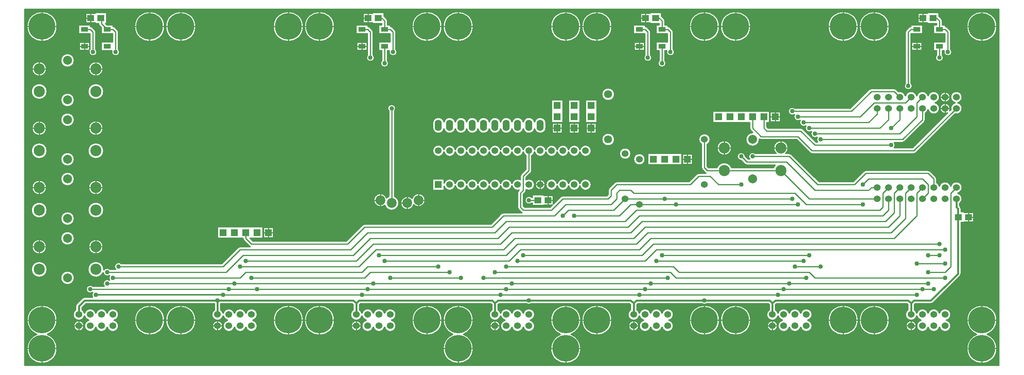
<source format=gbr>
G04 DesignSpark PCB Gerber Version 11.0 Build 5877*
%FSLAX35Y35*%
%MOIN*%
%ADD76O,0.06000X0.10000*%
%ADD73R,0.05900X0.05900*%
%ADD77R,0.06000X0.06000*%
%ADD13C,0.01000*%
%ADD12C,0.01181*%
%ADD22C,0.01200*%
%ADD10C,0.01575*%
%ADD11C,0.04000*%
%ADD74C,0.05900*%
%ADD16C,0.06000*%
%ADD125C,0.07087*%
%ADD95C,0.07874*%
%ADD96C,0.08661*%
%ADD75C,0.09843*%
%ADD15C,0.23622*%
%ADD88R,0.06299X0.03937*%
%ADD78R,0.06000X0.05500*%
X0Y0D02*
D02*
D10*
X173100Y58100D02*
Y48100D01*
Y60600D02*
Y58100D01*
Y60600D02*
X55600D01*
X50600Y55600D01*
Y48100D01*
X295600Y58100D02*
Y48100D01*
Y58100D02*
X293100Y60600D01*
X173100D01*
Y58100D01*
X295600D02*
X298100Y60600D01*
X415600D01*
X418100Y58100D01*
Y48100D02*
Y58100D01*
X420600Y60600D01*
X448100D01*
X538100D01*
X540600Y58100D01*
Y48100D01*
X603100Y60600D02*
X660600D01*
X663100Y58100D01*
X603100Y60600D02*
X543100D01*
X540600Y58100D01*
X663100D02*
X665600Y60600D01*
X783100D01*
X785600Y58100D01*
X663100D02*
Y48100D01*
X785600Y58100D02*
Y48100D01*
Y58100D02*
X788100Y60600D01*
X803100D01*
X826850Y84350D01*
Y133850D01*
X827350Y134350D01*
X825600Y150600D02*
Y143100D01*
X826850Y141850D01*
Y134850D01*
X827350Y134350D01*
D02*
D11*
X60600Y70600D03*
X63100Y280600D03*
X65600Y65600D03*
X75600Y75600D03*
Y85600D03*
X80600Y80600D03*
X83100Y280600D03*
X85600Y90600D03*
X173100Y60600D03*
X178100Y65600D03*
D03*
X183100Y70600D03*
X188100Y75600D03*
X193100Y90600D03*
X198100Y95600D03*
X203100Y80600D03*
X208100Y70600D03*
X300600Y65600D03*
X305600Y70600D03*
X308100Y275600D03*
X310600Y75600D03*
X315600Y100600D03*
X320600Y95600D03*
Y270600D03*
X325600Y80600D03*
X326850Y230600D03*
X328100Y280600D03*
X368100Y90600D03*
X378100Y85600D03*
X388100Y80600D03*
X408100D03*
X418100Y85600D03*
X423100Y65600D03*
X428100Y70600D03*
Y90600D03*
X433100Y75600D03*
X438100Y95600D03*
X443100Y100600D03*
X448100Y60600D03*
Y149350D03*
X478100Y135600D03*
X488100D03*
X545600Y65600D03*
X550600Y70600D03*
X553100Y275600D03*
X555600Y75600D03*
X560600Y95600D03*
X565600Y100600D03*
Y270600D03*
X568100Y150600D03*
X570600Y80600D03*
X573100Y280600D03*
X578100Y145600D03*
X603100Y60600D03*
X635600Y163100D03*
Y188100D03*
X645600D03*
X668100Y65600D03*
X673100Y70600D03*
X678100Y75600D03*
X680600Y150600D03*
Y228100D03*
X683100Y90600D03*
X685600Y145600D03*
Y223100D03*
X690600Y95600D03*
Y218100D03*
X693100Y80600D03*
X695600Y100600D03*
Y213100D03*
X700600Y208100D03*
X705600Y90600D03*
Y203100D03*
X743100Y145600D03*
Y163100D03*
X768100Y198100D03*
Y213100D03*
X783100Y250600D03*
X790600Y65600D03*
Y93100D03*
X795600Y70600D03*
X800600Y75600D03*
Y85600D03*
Y100600D03*
X805600Y70600D03*
X810600Y100600D03*
Y110600D03*
Y275600D03*
X815600Y80600D03*
Y93100D03*
Y105600D03*
X818100Y280600D03*
D02*
D12*
X178100Y65600D02*
X65600D01*
X178100D02*
D02*
D13*
X6789Y18100D02*
X4689D01*
X6789Y43100D02*
X4689D01*
X6789Y303100D02*
X4689D01*
X11179Y108100D02*
X9079D01*
X11179Y160600D02*
X9079D01*
X11179Y213100D02*
X9079D01*
X11179Y265600D02*
X9079D01*
X15600Y103679D02*
Y101579D01*
Y112521D02*
Y114621D01*
Y156179D02*
Y154079D01*
Y165021D02*
Y167121D01*
Y208679D02*
Y206579D01*
Y217521D02*
Y219621D01*
Y261179D02*
Y259079D01*
Y270021D02*
Y272121D01*
X18100Y6789D02*
Y4689D01*
Y54411D02*
Y56511D01*
Y291789D02*
Y289689D01*
Y314411D02*
Y316511D01*
X20021Y108100D02*
X22121D01*
X20021Y160600D02*
X22121D01*
X20021Y213100D02*
X22121D01*
X20021Y265600D02*
X22121D01*
X29411Y18100D02*
X31511D01*
X29411Y43100D02*
X31511D01*
X29411Y303100D02*
X31511D01*
X48100Y38100D02*
X46000D01*
X50600Y35600D02*
Y33500D01*
Y40600D02*
Y42700D01*
X52950Y285600D02*
X50852D01*
X53100Y38100D02*
X55200D01*
X55600Y284131D02*
Y282033D01*
Y287069D02*
Y289167D01*
X58250Y285600D02*
X60348D01*
X58600Y310600D02*
X56502D01*
X61100Y308350D02*
Y306250D01*
Y312850D02*
Y314950D01*
X61179Y108100D02*
X59079D01*
X61179Y160600D02*
X59079D01*
X61179Y213100D02*
X59079D01*
X61179Y265600D02*
X59079D01*
X63100Y280600D02*
Y298100D01*
X60600Y300600D01*
X55600D01*
X65600Y103679D02*
Y101579D01*
Y112521D02*
Y114621D01*
Y156179D02*
Y154079D01*
Y165021D02*
Y167121D01*
Y208679D02*
Y206579D01*
Y217521D02*
Y219621D01*
Y261179D02*
Y259079D01*
Y270021D02*
Y272121D01*
X70021Y108100D02*
X72121D01*
X70021Y160600D02*
X72121D01*
X70021Y213100D02*
X72121D01*
X70021Y265600D02*
X72121D01*
X70600Y48100D02*
Y50600D01*
X75600Y85600D02*
X180600D01*
X195600Y100600D01*
X293100D01*
X308100Y115600D01*
X420600D01*
X430600Y125600D01*
X535600D01*
X545600Y135600D01*
X760600D01*
X765600Y140600D01*
Y150600D01*
X75600Y300600D02*
X70600Y305600D01*
Y310100D01*
X70100Y310600D01*
X83100Y280600D02*
Y298100D01*
X80600Y300600D01*
X75600D01*
X101789Y43100D02*
X99689D01*
X101789Y303100D02*
X99689D01*
X113100Y31789D02*
Y29689D01*
Y54411D02*
Y56511D01*
Y291789D02*
Y289689D01*
Y314411D02*
Y316511D01*
X124411Y43100D02*
X126511D01*
X124411Y303100D02*
X126511D01*
X129289Y43100D02*
X127189D01*
X129289Y303100D02*
X127189D01*
X140600Y31789D02*
Y29689D01*
Y54411D02*
Y56511D01*
Y291789D02*
Y289689D01*
Y314411D02*
Y316511D01*
X151911Y43100D02*
X154011D01*
X151911Y303100D02*
X154011D01*
X170600Y38100D02*
X168500D01*
X173100Y35600D02*
Y33500D01*
Y40600D02*
Y42700D01*
X175600Y38100D02*
X177700D01*
X178100Y65600D02*
X300600D01*
X183100Y70600D02*
X60600D01*
X188100Y75600D02*
X75600D01*
X188100D02*
X310600D01*
X193100Y90600D02*
X298100D01*
X313100Y105600D01*
X425600D01*
X435600Y115600D01*
X540600D01*
X550600Y125600D01*
X765600D01*
X775600Y135600D01*
Y150600D01*
X198100Y95600D02*
X295600D01*
X310600Y110600D01*
X423100D01*
X433100Y120600D01*
X538100D01*
X548100Y130600D01*
X763100D01*
X770600Y138100D01*
Y155600D01*
X775600Y160600D01*
X203100Y80600D02*
X303100D01*
X308100Y85600D01*
X378100D01*
X208100Y70600D02*
X305600D01*
X208100D02*
X183100D01*
X215600Y120600D02*
X213502D01*
X218100Y118100D02*
Y116002D01*
Y123100D02*
Y125198D01*
X220600Y120600D02*
X222698D01*
X224289Y43100D02*
X222189D01*
X224289Y303100D02*
X222189D01*
X235600Y31789D02*
Y29689D01*
Y54411D02*
Y56511D01*
Y291789D02*
Y289689D01*
Y314411D02*
Y316511D01*
X246911Y43100D02*
X249011D01*
X246911Y303100D02*
X249011D01*
X251789Y43100D02*
X249689D01*
X251789Y303100D02*
X249689D01*
X263100Y31789D02*
Y29689D01*
Y54411D02*
Y56511D01*
Y291789D02*
Y289689D01*
Y314411D02*
Y316511D01*
X274411Y43100D02*
X276511D01*
X274411Y303100D02*
X276511D01*
X293100Y38100D02*
X291000D01*
X295600Y35600D02*
Y33500D01*
Y40600D02*
Y42700D01*
X297950Y285600D02*
X295852D01*
X298100Y38100D02*
X300200D01*
X300600Y284131D02*
Y282033D01*
Y287069D02*
Y289167D01*
X303250Y285600D02*
X305348D01*
X303600Y310600D02*
X301502D01*
X306100Y308350D02*
Y306250D01*
Y312850D02*
Y314950D01*
X308100Y275600D02*
Y298100D01*
X305600Y300600D01*
X300600D01*
X310600Y75600D02*
X433100D01*
X313019Y149350D02*
X310919D01*
X315100Y310600D02*
X315600Y310100D01*
Y310600D01*
X318100D01*
X320600Y308100D01*
Y300600D01*
X315600Y100600D02*
X428100D01*
X438100Y110600D01*
X543100D01*
X553100Y120600D01*
X768100D01*
X780600Y133100D01*
Y155600D01*
X785600Y160600D01*
X316850Y145519D02*
Y143419D01*
Y153181D02*
Y155281D01*
X320600Y95600D02*
X430600D01*
X440600Y105600D01*
X545600D01*
X555600Y115600D01*
X770600D01*
X790600Y135600D01*
Y155600D01*
X795600Y160600D01*
X320600Y285600D02*
Y270600D01*
X325600Y80600D02*
X388100D01*
X326850Y146850D02*
Y230600D01*
X328100Y280600D02*
Y298100D01*
X325600Y300600D01*
X320600D01*
X336769Y146850D02*
X334669D01*
X340600Y143019D02*
Y140919D01*
Y150681D02*
Y152781D01*
X346789Y43100D02*
X344689D01*
X346789Y303100D02*
X344689D01*
X350600Y145519D02*
Y143419D01*
Y153181D02*
Y155281D01*
X354431Y149350D02*
X356531D01*
X358100Y31789D02*
Y29689D01*
Y54411D02*
Y56511D01*
Y291789D02*
Y289689D01*
Y314411D02*
Y316511D01*
X368100Y90600D02*
X305600D01*
X300600Y85600D01*
X198100D01*
X193100Y80600D01*
X80600D01*
X369411Y43100D02*
X371511D01*
X369411Y303100D02*
X371511D01*
X374289Y18100D02*
X372189D01*
X374289Y43100D02*
X372189D01*
X374289Y303100D02*
X372189D01*
X385600Y6789D02*
Y4689D01*
Y54411D02*
Y56511D01*
Y291789D02*
Y289689D01*
Y314411D02*
Y316511D01*
X396911Y18100D02*
X399011D01*
X396911Y43100D02*
X399011D01*
X396911Y303100D02*
X399011D01*
X408100Y80600D02*
X570600D01*
X415600Y38100D02*
X413500D01*
X418100Y35600D02*
Y33500D01*
Y40600D02*
Y42700D01*
X420600Y38100D02*
X422700D01*
X423100Y65600D02*
X300600D01*
X428100Y70600D02*
X305600D01*
X428100Y90600D02*
X575600D01*
X580600Y85600D01*
X695600D01*
X700600Y80600D01*
X815600D01*
X433100Y75600D02*
X555600D01*
X448100Y149350D02*
X456100D01*
X448100Y193100D02*
Y175600D01*
X443100Y170600D01*
Y158100D01*
X440600Y155600D01*
Y143100D01*
X443100Y140600D01*
X468100D01*
X478100Y150600D01*
X518100D01*
X520600Y153100D01*
Y158100D01*
X525600Y163100D01*
X590600D01*
X598100Y170600D01*
X608100D01*
X615600Y163100D01*
X635600D01*
X455650D02*
X453550D01*
X458100Y160650D02*
Y158550D01*
Y165550D02*
Y167650D01*
X460550Y163100D02*
X462650D01*
X465100Y147100D02*
Y145002D01*
Y151600D02*
Y153698D01*
X467600Y149350D02*
X469698D01*
X469289Y18100D02*
X467189D01*
X469289Y43100D02*
X467189D01*
X469289Y303100D02*
X467189D01*
X470600Y213100D02*
X468502D01*
X473100Y210600D02*
Y208502D01*
Y215600D02*
Y217698D01*
X475600Y213100D02*
X477698D01*
X478100Y135600D02*
X483100Y140600D01*
X523100D01*
X533100Y150600D01*
X480600Y6789D02*
Y4689D01*
Y54411D02*
Y56511D01*
Y291789D02*
Y289689D01*
Y314411D02*
Y316511D01*
X485600Y213100D02*
X483502D01*
X488100Y135600D02*
X528100D01*
X538100Y145600D01*
X545600D01*
X488100Y210600D02*
Y208502D01*
Y215600D02*
Y217698D01*
X490600Y213100D02*
X492698D01*
X491911Y18100D02*
X494011D01*
X491911Y43100D02*
X494011D01*
X491911Y303100D02*
X494011D01*
X496789Y43100D02*
X494689D01*
X496789Y303100D02*
X494689D01*
X500600Y213100D02*
X498502D01*
X503100Y210600D02*
Y208502D01*
Y215600D02*
Y217698D01*
X505600Y213100D02*
X507698D01*
X508100Y31789D02*
Y29689D01*
Y54411D02*
Y56511D01*
Y291789D02*
Y289689D01*
Y314411D02*
Y316511D01*
X519411Y43100D02*
X521511D01*
X519411Y303100D02*
X521511D01*
X533100Y150600D02*
X568100D01*
X538100Y38100D02*
X536000D01*
X540600Y35600D02*
Y33500D01*
Y40600D02*
Y42700D01*
X542950Y285600D02*
X540852D01*
X543100Y38100D02*
X545200D01*
X545600Y65600D02*
X423100D01*
X545600Y145600D02*
X578100D01*
X545600Y284131D02*
Y282033D01*
Y287069D02*
Y289167D01*
X548250Y285600D02*
X550348D01*
X548600Y310600D02*
X546502D01*
X550600Y70600D02*
X428100D01*
X551100Y308350D02*
Y306250D01*
Y312850D02*
Y314950D01*
X553100Y275600D02*
Y298100D01*
X550600Y300600D01*
X545600D01*
X555600Y75600D02*
X678100D01*
X560100Y310600D02*
X560600Y310100D01*
Y310600D01*
X563100D01*
X565600Y308100D01*
Y300600D01*
X560600Y95600D02*
X690600D01*
X565600Y100600D02*
X695600D01*
X565600Y285600D02*
Y270600D01*
X568100Y150600D02*
X680600D01*
X573100Y280600D02*
Y298100D01*
X570600Y300600D01*
X565600D01*
X578100Y145600D02*
X685600D01*
X585600Y185600D02*
X583502D01*
X588100Y183100D02*
Y181002D01*
Y188100D02*
Y190198D01*
X590600Y185600D02*
X592698D01*
X591789Y43100D02*
X589689D01*
X591789Y303100D02*
X589689D01*
X603100Y31789D02*
Y29689D01*
Y54411D02*
Y56511D01*
Y203100D02*
Y178100D01*
X605600Y175600D01*
X620600D01*
X603100Y291789D02*
Y289689D01*
Y314411D02*
Y316511D01*
X614411Y43100D02*
X616511D01*
X614411Y303100D02*
X616511D01*
X616179Y195600D02*
X614079D01*
X619289Y43100D02*
X617189D01*
X619289Y303100D02*
X617189D01*
X620600Y175600D02*
X670600D01*
X620600Y191179D02*
Y189079D01*
Y200021D02*
Y202121D01*
X625021Y195600D02*
X627121D01*
X630600Y31789D02*
Y29689D01*
Y54411D02*
Y56511D01*
Y291789D02*
Y289689D01*
Y314411D02*
Y316511D01*
X635600Y188100D02*
X640600Y183100D01*
X675600D01*
X700600Y158100D01*
X748100D01*
X750600Y160600D01*
X755600D01*
X641911Y43100D02*
X644011D01*
X641911Y303100D02*
X644011D01*
X645600Y188100D02*
X678100D01*
X703100Y163100D01*
X735600D01*
X745600Y173100D01*
X800600D01*
X805600Y168100D01*
Y160600D01*
X645600Y223100D02*
Y213100D01*
X653100Y205600D01*
X685600D01*
X698100Y193100D01*
X788100D01*
X825600Y230600D01*
X660600Y38100D02*
X658500D01*
X663100Y35600D02*
Y33500D01*
Y40600D02*
Y42700D01*
Y223100D02*
X661002D01*
X665600Y38100D02*
X667700D01*
X665600Y220600D02*
Y218502D01*
Y225600D02*
Y227698D01*
X666179Y195600D02*
X664079D01*
X668100Y65600D02*
X790600D01*
X668100D02*
X545600D01*
X668100Y223100D02*
X670198D01*
X670600Y200021D02*
Y202121D01*
X673100Y70600D02*
X795600D01*
X673100D02*
X560600D01*
X550600D01*
X675021Y195600D02*
X677121D01*
X678100Y75600D02*
X800600D01*
X683100Y90600D02*
X705600D01*
X693100Y80600D02*
X578100D01*
X573100Y85600D01*
X418100D01*
X714289Y43100D02*
X712189D01*
X714289Y303100D02*
X712189D01*
X725600Y31789D02*
Y29689D01*
Y54411D02*
Y56511D01*
Y291789D02*
Y289689D01*
Y314411D02*
Y316511D01*
X736911Y43100D02*
X739011D01*
X736911Y303100D02*
X739011D01*
X741789Y43100D02*
X739689D01*
X741789Y303100D02*
X739689D01*
X743100Y145600D02*
X693100D01*
X683100Y155600D01*
X540600D01*
X538100Y158100D01*
X528100D01*
X525600Y155600D01*
Y150600D01*
X520600Y145600D01*
X480600D01*
X470600Y135600D01*
X425600D01*
X415600Y125600D01*
X303100D01*
X288100Y110600D01*
X203100D01*
X198100Y115600D01*
Y120600D01*
X753100Y31789D02*
Y29689D01*
Y54411D02*
Y56511D01*
Y291789D02*
Y289689D01*
Y314411D02*
Y316511D01*
X755600Y150600D02*
X695600D01*
X670600Y175600D01*
X755600Y230600D02*
Y225600D01*
X748100Y218100D01*
X690600D01*
X764411Y43100D02*
X766511D01*
X764411Y303100D02*
X766511D01*
X765600Y160600D02*
X760600Y155600D01*
Y143100D01*
X758100Y140600D01*
X543100D01*
X533100Y130600D01*
X428100D01*
X418100Y120600D01*
X305600D01*
X290600Y105600D01*
X193100D01*
X178100Y90600D01*
X85600D01*
X765600Y230600D02*
Y220600D01*
X758100Y213100D01*
X695600D01*
X768100Y198100D02*
X700600D01*
X688100Y210600D01*
X658100D01*
X655600Y213100D01*
Y223100D01*
X775600Y230600D02*
Y220600D01*
X768100Y213100D01*
X775600Y240600D02*
X770600Y245600D01*
X750600D01*
X733100Y228100D01*
X680600D01*
X783100Y38100D02*
X781000D01*
X783100Y250600D02*
Y298100D01*
X785600Y300600D01*
X790600D01*
X785600Y35600D02*
Y33500D01*
Y40600D02*
Y42700D01*
Y240600D02*
X780600Y235600D01*
X753100D01*
X740600Y223100D01*
X685600D01*
X787950Y285600D02*
X785852D01*
X788100Y38100D02*
X790200D01*
X790600Y284131D02*
Y282033D01*
Y287069D02*
Y289167D01*
X793250Y285600D02*
X795348D01*
X793600Y310600D02*
X791502D01*
X795600Y70600D02*
X805600D01*
X795600Y150600D02*
X800600Y155600D01*
Y163100D01*
X795600Y168100D01*
X748100D01*
X743100Y163100D01*
X795600Y230600D02*
Y220600D01*
X778100Y203100D01*
X705600D01*
X795600Y240600D02*
X790600Y235600D01*
Y223100D01*
X775600Y208100D01*
X700600D01*
X796100Y308350D02*
Y306250D01*
Y312850D02*
Y314950D01*
X800600Y85600D02*
X815600D01*
X820600Y90600D01*
Y155600D01*
X825600Y160600D01*
X810600Y100600D02*
X800600D01*
X810600Y110600D02*
X558100D01*
X548100Y100600D01*
X443100D01*
X810600Y285600D02*
Y275600D01*
Y300600D02*
Y308100D01*
X808100Y310600D01*
X805600D01*
Y310100D01*
X805100Y310600D01*
X813100Y230600D02*
X811000D01*
X813100Y240600D02*
X811000D01*
X815600Y93100D02*
X790600D01*
X815600Y105600D02*
X560600D01*
X550600Y95600D01*
X438100D01*
X815600Y228100D02*
Y226000D01*
Y233100D02*
Y235200D01*
Y238100D02*
Y236000D01*
Y243100D02*
Y245200D01*
X818100Y230600D02*
X820200D01*
X818100Y240600D02*
X820200D01*
X818100Y280600D02*
Y298100D01*
X815600Y300600D01*
X810600D01*
X836350Y132100D02*
Y130002D01*
Y136600D02*
Y138698D01*
X836789Y18100D02*
X834689D01*
X836789Y43100D02*
X834689D01*
X836789Y303100D02*
X834689D01*
X838850Y134350D02*
X840950D01*
X848100Y6789D02*
Y4689D01*
Y54411D02*
Y56511D01*
Y291789D02*
Y289689D01*
Y314411D02*
Y316511D01*
X859411Y18100D02*
X861511D01*
X859411Y43100D02*
X861511D01*
X859411Y303100D02*
X861511D01*
D02*
D15*
X18100Y18100D03*
Y43100D03*
Y303100D03*
X113100Y43100D03*
Y303100D03*
X140600Y43100D03*
Y303100D03*
X235600Y43100D03*
Y303100D03*
X263100Y43100D03*
Y303100D03*
X358100Y43100D03*
Y303100D03*
X385600Y18100D03*
Y43100D03*
Y303100D03*
X480600Y18100D03*
Y43100D03*
Y303100D03*
X508100Y43100D03*
Y303100D03*
X603100Y43100D03*
Y303100D03*
X630600Y43100D03*
Y303100D03*
X725600Y43100D03*
Y303100D03*
X753100Y43100D03*
Y303100D03*
X848100Y18100D03*
Y43100D03*
Y303100D03*
D02*
D16*
X50600Y38100D03*
Y48100D03*
X60600Y38100D03*
Y48100D03*
X70600Y38100D03*
Y48100D03*
X80600Y38100D03*
Y48100D03*
X173100Y38100D03*
Y48100D03*
X183100Y38100D03*
Y48100D03*
X193100Y38100D03*
Y48100D03*
X203100Y38100D03*
Y48100D03*
X295600Y38100D03*
Y48100D03*
X305600Y38100D03*
Y48100D03*
X315600Y38100D03*
Y48100D03*
X325600Y38100D03*
Y48100D03*
X418100Y38100D03*
Y48100D03*
X428100Y38100D03*
Y48100D03*
X438100Y38100D03*
Y48100D03*
X448100Y38100D03*
Y48100D03*
X533100Y150600D03*
Y190600D03*
X540600Y38100D03*
Y48100D03*
X545600Y145600D03*
Y185600D03*
X550600Y38100D03*
Y48100D03*
X560600Y38100D03*
Y48100D03*
X570600Y38100D03*
Y48100D03*
X603100Y163100D03*
Y203100D03*
X663100Y38100D03*
Y48100D03*
X673100Y38100D03*
Y48100D03*
X683100Y38100D03*
Y48100D03*
X693100Y38100D03*
Y48100D03*
X755600Y150600D03*
Y160600D03*
Y230600D03*
Y240600D03*
X765600Y150600D03*
Y160600D03*
Y230600D03*
Y240600D03*
X775600Y150600D03*
Y160600D03*
Y230600D03*
Y240600D03*
X785600Y38100D03*
Y48100D03*
Y150600D03*
Y160600D03*
Y230600D03*
Y240600D03*
X795600Y38100D03*
Y48100D03*
Y150600D03*
Y160600D03*
Y230600D03*
Y240600D03*
X805600Y38100D03*
Y48100D03*
Y150600D03*
Y160600D03*
Y230600D03*
Y240600D03*
X815600Y38100D03*
Y48100D03*
Y150600D03*
Y160600D03*
Y230600D03*
Y240600D03*
X825600Y150600D03*
Y160600D03*
Y230600D03*
Y240600D03*
D02*
D22*
X3100Y318100D02*
Y3100D01*
X863100D01*
Y318100D01*
X3100D01*
X4689Y43100D02*
G75*
G02*
X31511I13411J0D01*
G01*
G75*
G02*
X22959Y30600I-13411J0D01*
G01*
G75*
G02*
X31511Y18100I-4859J-12500D01*
G01*
G75*
G02*
X4689I-13411J0D01*
G01*
G75*
G02*
X13241Y30600I13411J0D01*
G01*
G75*
G02*
X4689Y43100I4859J12500D01*
G01*
Y303100D02*
G75*
G02*
X31511I13411J0D01*
G01*
G75*
G02*
X4689I-13411J0D01*
G01*
X8504Y88100D02*
G75*
G02*
X22696I7096J0D01*
G01*
G75*
G02*
X8504I-7096J0D01*
G01*
Y140600D02*
G75*
G02*
X22696I7096J0D01*
G01*
G75*
G02*
X8504I-7096J0D01*
G01*
X9079Y108100D02*
G75*
G02*
X22121I6521J0D01*
G01*
G75*
G02*
X9079I-6521J0D01*
G01*
X8504Y193100D02*
G75*
G02*
X22696I7096J0D01*
G01*
G75*
G02*
X8504I-7096J0D01*
G01*
X9079Y160600D02*
G75*
G02*
X22121I6521J0D01*
G01*
G75*
G02*
X9079I-6521J0D01*
G01*
X8504Y245600D02*
G75*
G02*
X22696I7096J0D01*
G01*
G75*
G02*
X8504I-7096J0D01*
G01*
X9079Y213100D02*
G75*
G02*
X22121I6521J0D01*
G01*
G75*
G02*
X9079I-6521J0D01*
G01*
Y265600D02*
G75*
G02*
X22121I6521J0D01*
G01*
G75*
G02*
X9079I-6521J0D01*
G01*
X34488Y80600D02*
G75*
G02*
X46712I6112J0D01*
G01*
G75*
G02*
X34488I-6112J0D01*
G01*
X832525Y138698D02*
X840950D01*
Y130002D01*
X832525D01*
Y129427D01*
X829812D01*
Y84350D01*
G75*
G02*
X828943Y82254I-2962J0D01*
G01*
X805196Y58507D01*
G75*
G02*
X803100Y57638I-2096J2093D01*
G01*
X789327D01*
X788562Y56873D01*
Y52343D01*
G75*
G02*
X790600Y49433I-2962J-4243D01*
G01*
G75*
G02*
X800600I5000J-1334D01*
G01*
G75*
G02*
X810600I5000J-1334D01*
G01*
G75*
G02*
X820775Y48100I5000J-1333D01*
G01*
G75*
G02*
X816933Y43100I-5175J0D01*
G01*
G75*
G02*
X820775Y38100I-1333J-5000D01*
G01*
G75*
G02*
X810600Y36767I-5175J0D01*
G01*
G75*
G02*
X800600I-5000J1334D01*
G01*
G75*
G02*
X790425Y38100I-5000J1333D01*
G01*
G75*
G02*
X794267Y43100I5175J0D01*
G01*
G75*
G02*
X790600Y46767I1334J5000D01*
G01*
G75*
G02*
X780425Y48100I-5000J1333D01*
G01*
G75*
G02*
X782638Y52343I5175J0D01*
G01*
Y56873D01*
X781873Y57638D01*
X666827D01*
X666062Y56873D01*
Y52343D01*
G75*
G02*
X668100Y49433I-2962J-4243D01*
G01*
G75*
G02*
X678100I5000J-1334D01*
G01*
G75*
G02*
X688100I5000J-1334D01*
G01*
G75*
G02*
X698275Y48100I5000J-1333D01*
G01*
G75*
G02*
X694433Y43100I-5175J0D01*
G01*
G75*
G02*
X698275Y38100I-1333J-5000D01*
G01*
G75*
G02*
X688100Y36767I-5175J0D01*
G01*
G75*
G02*
X678100I-5000J1334D01*
G01*
G75*
G02*
X667925Y38100I-5000J1333D01*
G01*
G75*
G02*
X671767Y43100I5175J0D01*
G01*
G75*
G02*
X668100Y46767I1334J5000D01*
G01*
G75*
G02*
X657925Y48100I-5000J1333D01*
G01*
G75*
G02*
X660138Y52343I5175J0D01*
G01*
Y56873D01*
X659373Y57638D01*
X605146D01*
G75*
G02*
X601054I-2046J2962D01*
G01*
X544327D01*
X543562Y56873D01*
Y52343D01*
G75*
G02*
X545600Y49433I-2962J-4243D01*
G01*
G75*
G02*
X555600I5000J-1334D01*
G01*
G75*
G02*
X565600I5000J-1334D01*
G01*
G75*
G02*
X575775Y48100I5000J-1333D01*
G01*
G75*
G02*
X571933Y43100I-5175J0D01*
G01*
G75*
G02*
X575775Y38100I-1333J-5000D01*
G01*
G75*
G02*
X565600Y36767I-5175J0D01*
G01*
G75*
G02*
X555600I-5000J1334D01*
G01*
G75*
G02*
X545425Y38100I-5000J1333D01*
G01*
G75*
G02*
X549267Y43100I5175J0D01*
G01*
G75*
G02*
X545600Y46767I1334J5000D01*
G01*
G75*
G02*
X535425Y48100I-5000J1333D01*
G01*
G75*
G02*
X537638Y52343I5175J0D01*
G01*
Y56873D01*
X536873Y57638D01*
X450146D01*
G75*
G02*
X446054I-2046J2962D01*
G01*
X421827D01*
X421062Y56873D01*
Y52343D01*
G75*
G02*
X423100Y49433I-2962J-4243D01*
G01*
G75*
G02*
X433100I5000J-1334D01*
G01*
G75*
G02*
X443100I5000J-1334D01*
G01*
G75*
G02*
X453275Y48100I5000J-1333D01*
G01*
G75*
G02*
X449433Y43100I-5175J0D01*
G01*
G75*
G02*
X453275Y38100I-1333J-5000D01*
G01*
G75*
G02*
X443100Y36767I-5175J0D01*
G01*
G75*
G02*
X433100I-5000J1334D01*
G01*
G75*
G02*
X422925Y38100I-5000J1333D01*
G01*
G75*
G02*
X426767Y43100I5175J0D01*
G01*
G75*
G02*
X423100Y46767I1334J5000D01*
G01*
G75*
G02*
X412925Y48100I-5000J1333D01*
G01*
G75*
G02*
X415138Y52343I5175J0D01*
G01*
Y56873D01*
X414373Y57638D01*
X299327D01*
X298562Y56873D01*
Y52343D01*
G75*
G02*
X300600Y49433I-2962J-4243D01*
G01*
G75*
G02*
X310600I5000J-1334D01*
G01*
G75*
G02*
X320600I5000J-1334D01*
G01*
G75*
G02*
X330775Y48100I5000J-1333D01*
G01*
G75*
G02*
X326933Y43100I-5175J0D01*
G01*
G75*
G02*
X330775Y38100I-1333J-5000D01*
G01*
G75*
G02*
X320600Y36767I-5175J0D01*
G01*
G75*
G02*
X310600I-5000J1334D01*
G01*
G75*
G02*
X300425Y38100I-5000J1333D01*
G01*
G75*
G02*
X304267Y43100I5175J0D01*
G01*
G75*
G02*
X300600Y46767I1334J5000D01*
G01*
G75*
G02*
X290425Y48100I-5000J1333D01*
G01*
G75*
G02*
X292638Y52343I5175J0D01*
G01*
Y56873D01*
X291873Y57638D01*
X176062D01*
Y52343D01*
G75*
G02*
X178100Y49433I-2962J-4243D01*
G01*
G75*
G02*
X188100I5000J-1334D01*
G01*
G75*
G02*
X198100I5000J-1334D01*
G01*
G75*
G02*
X208275Y48100I5000J-1333D01*
G01*
G75*
G02*
X204433Y43100I-5175J0D01*
G01*
G75*
G02*
X208275Y38100I-1333J-5000D01*
G01*
G75*
G02*
X198100Y36767I-5175J0D01*
G01*
G75*
G02*
X188100I-5000J1334D01*
G01*
G75*
G02*
X177925Y38100I-5000J1333D01*
G01*
G75*
G02*
X181767Y43100I5175J0D01*
G01*
G75*
G02*
X178100Y46767I1334J5000D01*
G01*
G75*
G02*
X167925Y48100I-5000J1333D01*
G01*
G75*
G02*
X170138Y52343I5175J0D01*
G01*
Y57638D01*
X56827D01*
X53562Y54373D01*
Y52343D01*
G75*
G02*
X55600Y49433I-2962J-4243D01*
G01*
G75*
G02*
X65600I5000J-1334D01*
G01*
G75*
G02*
X75600I5000J-1333D01*
G01*
G75*
G02*
X85775Y48100I5000J-1333D01*
G01*
G75*
G02*
X81933Y43100I-5175J0D01*
G01*
G75*
G02*
X85775Y38100I-1333J-5000D01*
G01*
G75*
G02*
X75600Y36767I-5175J0D01*
G01*
G75*
G02*
X65600I-5000J1334D01*
G01*
G75*
G02*
X55425Y38100I-5000J1333D01*
G01*
G75*
G02*
X59267Y43100I5175J0D01*
G01*
G75*
G02*
X55600Y46767I1334J5000D01*
G01*
G75*
G02*
X45425Y48100I-5000J1333D01*
G01*
G75*
G02*
X47638Y52343I5175J0D01*
G01*
Y55600D01*
G75*
G02*
X48507Y57696I2962J0D01*
G01*
X53504Y62693D01*
G75*
G02*
X55600Y63562I2096J-2093D01*
G01*
X62632D01*
G75*
G02*
X62620Y67620I2968J2038D01*
G01*
G75*
G02*
X57000Y70600I-2020J2980D01*
G01*
G75*
G02*
X63009Y73275I3600J0D01*
G01*
X72852D01*
G75*
G02*
X77620Y78580I2748J2325D01*
G01*
G75*
G02*
Y82620I2980J2020D01*
G01*
G75*
G02*
X72034Y85107I-2020J2980D01*
G01*
G75*
G02*
X58504Y88100I-6434J2993D01*
G01*
G75*
G02*
X72696I7096J0D01*
G01*
G75*
G02*
X72685Y87713I-7094J2D01*
G01*
G75*
G02*
X78009Y88275I2915J-2113D01*
G01*
X82852D01*
G75*
G02*
X88009Y93275I2748J2325D01*
G01*
X176992D01*
X191206Y107489D01*
G75*
G02*
X193100Y108275I1894J-1889D01*
G01*
X201778D01*
G75*
G02*
X201206Y108711I1322J2326D01*
G01*
X196211Y113706D01*
G75*
G02*
X195431Y115427I1889J1894D01*
G01*
X172927D01*
Y125773D01*
X213273D01*
Y115427D01*
X202056D01*
X204208Y113275D01*
X286992D01*
X301206Y127489D01*
G75*
G02*
X303100Y128275I1894J-1889D01*
G01*
X414492D01*
X423706Y137489D01*
G75*
G02*
X425600Y138275I1894J-1889D01*
G01*
X441778D01*
G75*
G02*
X441206Y138711I1322J2326D01*
G01*
X438711Y141206D01*
G75*
G02*
X437925Y143100I1889J1894D01*
G01*
Y155600D01*
G75*
G02*
X438711Y157494I2675J0D01*
G01*
X439346Y158129D01*
G75*
G02*
X433100Y161976I-1246J4971D01*
G01*
G75*
G02*
X423100I-5000J1124D01*
G01*
G75*
G02*
X413100I-5000J1124D01*
G01*
G75*
G02*
X403100I-5000J1124D01*
G01*
G75*
G02*
X393100I-5000J1124D01*
G01*
G75*
G02*
X383100I-5000J1124D01*
G01*
G75*
G02*
X373226Y161517I-5000J1124D01*
G01*
Y157974D01*
X362974D01*
Y168226D01*
X373226D01*
Y164683D01*
G75*
G02*
X383100Y164224I4874J-1583D01*
G01*
G75*
G02*
X393100I5000J-1124D01*
G01*
G75*
G02*
X403100I5000J-1124D01*
G01*
G75*
G02*
X413100I5000J-1124D01*
G01*
G75*
G02*
X423100I5000J-1124D01*
G01*
G75*
G02*
X433100I5000J-1124D01*
G01*
G75*
G02*
X440425Y167667I5000J-1124D01*
G01*
Y170600D01*
G75*
G02*
X441211Y172494I2675J0D01*
G01*
X445425Y176708D01*
Y188729D01*
G75*
G02*
X443100Y191976I2675J4371D01*
G01*
G75*
G02*
X433100I-5000J1124D01*
G01*
G75*
G02*
X423100I-5000J1124D01*
G01*
G75*
G02*
X413100I-5000J1124D01*
G01*
G75*
G02*
X403100I-5000J1124D01*
G01*
G75*
G02*
X393100I-5000J1124D01*
G01*
G75*
G02*
X383100I-5000J1124D01*
G01*
G75*
G02*
X373100I-5000J1124D01*
G01*
G75*
G02*
X362975Y193100I-5000J1124D01*
G01*
G75*
G02*
X373100Y194224I5125J0D01*
G01*
G75*
G02*
X383100I5000J-1124D01*
G01*
G75*
G02*
X393100I5000J-1124D01*
G01*
G75*
G02*
X403100I5000J-1124D01*
G01*
G75*
G02*
X413100I5000J-1124D01*
G01*
G75*
G02*
X423100I5000J-1124D01*
G01*
G75*
G02*
X433100I5000J-1124D01*
G01*
G75*
G02*
X443100I5000J-1124D01*
G01*
G75*
G02*
X453100I5000J-1124D01*
G01*
G75*
G02*
X463100I5000J-1124D01*
G01*
G75*
G02*
X473100I5000J-1124D01*
G01*
G75*
G02*
X483100I5000J-1124D01*
G01*
G75*
G02*
X493100I5000J-1124D01*
G01*
G75*
G02*
X503225Y193100I5000J-1124D01*
G01*
G75*
G02*
X493100Y191976I-5125J0D01*
G01*
G75*
G02*
X483100I-5000J1124D01*
G01*
G75*
G02*
X473100I-5000J1124D01*
G01*
G75*
G02*
X463100I-5000J1124D01*
G01*
G75*
G02*
X453100I-5000J1124D01*
G01*
G75*
G02*
X450775Y188729I-5000J1124D01*
G01*
Y175600D01*
G75*
G02*
X449989Y173706I-2675J0D01*
G01*
X445775Y169492D01*
Y167667D01*
G75*
G02*
X453225Y163100I2325J-4567D01*
G01*
G75*
G02*
X445775Y158533I-5125J0D01*
G01*
Y158100D01*
G75*
G02*
X444989Y156206I-2675J0D01*
G01*
X443275Y154492D01*
Y144208D01*
X444208Y143275D01*
X466992D01*
X468719Y145002D01*
X461273D01*
Y144427D01*
X450927D01*
Y146675D01*
X450509D01*
G75*
G02*
X444500Y149350I-2409J2675D01*
G01*
G75*
G02*
X450509Y152025I3600J0D01*
G01*
X450927D01*
Y154273D01*
X461273D01*
Y153698D01*
X469698D01*
Y145981D01*
X476206Y152489D01*
G75*
G02*
X478100Y153275I1894J-1889D01*
G01*
X516992D01*
X517925Y154208D01*
Y158100D01*
G75*
G02*
X518711Y159994I2675J0D01*
G01*
X523706Y164989D01*
G75*
G02*
X525600Y165775I1894J-1889D01*
G01*
X589492D01*
X596206Y172489D01*
G75*
G02*
X598100Y173275I1894J-1889D01*
G01*
X604278D01*
G75*
G02*
X603706Y173711I1322J2326D01*
G01*
X601211Y176206D01*
G75*
G02*
X600425Y178100I1889J1894D01*
G01*
Y198670D01*
G75*
G02*
X597925Y203100I2675J4430D01*
G01*
G75*
G02*
X608275I5175J0D01*
G01*
G75*
G02*
X605775Y198670I-5175J0D01*
G01*
Y179208D01*
X606708Y178275D01*
X614028D01*
G75*
G02*
X627172I6572J-2675D01*
G01*
X664028D01*
G75*
G02*
X665397Y180425I6573J-2674D01*
G01*
X640600D01*
G75*
G02*
X638706Y181211I0J2675D01*
G01*
X635412Y184505D01*
G75*
G02*
X632000Y188100I188J3595D01*
G01*
G75*
G02*
X639195Y188288I3600J0D01*
G01*
X641708Y185775D01*
X642852D01*
G75*
G02*
X648009Y190775I2748J2325D01*
G01*
X666213D01*
G75*
G02*
X664079Y195600I4387J4825D01*
G01*
G75*
G02*
X677121I6521J0D01*
G01*
G75*
G02*
X674987Y190775I-6521J0D01*
G01*
X678100D01*
G75*
G02*
X679994Y189989I0J-2675D01*
G01*
X704208Y165775D01*
X734492D01*
X743706Y174989D01*
G75*
G02*
X745600Y175775I1894J-1889D01*
G01*
X800600D01*
G75*
G02*
X802494Y174989I0J-2675D01*
G01*
X807489Y169994D01*
G75*
G02*
X808275Y168100I-1889J-1894D01*
G01*
Y165030D01*
G75*
G02*
X810600Y161933I-2675J-4430D01*
G01*
G75*
G02*
X820600I5000J-1333D01*
G01*
G75*
G02*
X830775Y160600I5000J-1333D01*
G01*
G75*
G02*
X826933Y155600I-5175J0D01*
G01*
G75*
G02*
X828562Y146357I-1333J-5000D01*
G01*
Y144327D01*
X828943Y143946D01*
G75*
G02*
X829812Y141850I-2093J-2096D01*
G01*
Y139273D01*
X832525D01*
Y138698D01*
X493100Y164224D02*
G75*
G02*
X503225Y163100I5000J-1124D01*
G01*
G75*
G02*
X493100Y161976I-5125J0D01*
G01*
G75*
G02*
X483100I-5000J1124D01*
G01*
G75*
G02*
X473100I-5000J1124D01*
G01*
G75*
G02*
X462975Y163100I-5000J1124D01*
G01*
G75*
G02*
X473100Y164224I5125J0D01*
G01*
G75*
G02*
X483100I5000J-1124D01*
G01*
G75*
G02*
X493100I5000J-1124D01*
G01*
X453550Y163100D02*
G75*
G02*
X462650I4550J0D01*
G01*
G75*
G02*
X453550I-4550J0D01*
G01*
X834689Y43100D02*
G75*
G02*
X861511I13411J0D01*
G01*
G75*
G02*
X852959Y30600I-13411J0D01*
G01*
G75*
G02*
X861511Y18100I-4859J-12500D01*
G01*
G75*
G02*
X834689I-13411J0D01*
G01*
G75*
G02*
X843241Y30600I13411J0D01*
G01*
G75*
G02*
X834689Y43100I4859J12500D01*
G01*
X781000Y38100D02*
G75*
G02*
X790200I4600J0D01*
G01*
G75*
G02*
X781000I-4600J0D01*
G01*
X712189Y43100D02*
G75*
G02*
X739011I13411J0D01*
G01*
G75*
G02*
X712189I-13411J0D01*
G01*
X739689D02*
G75*
G02*
X766511I13411J0D01*
G01*
G75*
G02*
X739689I-13411J0D01*
G01*
X658500Y38100D02*
G75*
G02*
X667700I4600J0D01*
G01*
G75*
G02*
X658500I-4600J0D01*
G01*
X617189Y43100D02*
G75*
G02*
X644011I13411J0D01*
G01*
G75*
G02*
X617189I-13411J0D01*
G01*
X589689D02*
G75*
G02*
X616511I13411J0D01*
G01*
G75*
G02*
X589689I-13411J0D01*
G01*
X536000Y38100D02*
G75*
G02*
X545200I4600J0D01*
G01*
G75*
G02*
X536000I-4600J0D01*
G01*
X467189Y43100D02*
G75*
G02*
X494011I13411J0D01*
G01*
G75*
G02*
X485459Y30600I-13411J0D01*
G01*
G75*
G02*
X494011Y18100I-4859J-12500D01*
G01*
G75*
G02*
X467189I-13411J0D01*
G01*
G75*
G02*
X475741Y30600I13411J0D01*
G01*
G75*
G02*
X467189Y43100I4859J12500D01*
G01*
X494689D02*
G75*
G02*
X521511I13411J0D01*
G01*
G75*
G02*
X494689I-13411J0D01*
G01*
X413500Y38100D02*
G75*
G02*
X422700I4600J0D01*
G01*
G75*
G02*
X413500I-4600J0D01*
G01*
X344689Y43100D02*
G75*
G02*
X371511I13411J0D01*
G01*
G75*
G02*
X344689I-13411J0D01*
G01*
X372189D02*
G75*
G02*
X399011I13411J0D01*
G01*
G75*
G02*
X390459Y30600I-13411J0D01*
G01*
G75*
G02*
X399011Y18100I-4859J-12500D01*
G01*
G75*
G02*
X372189I-13411J0D01*
G01*
G75*
G02*
X380741Y30600I13411J0D01*
G01*
G75*
G02*
X372189Y43100I4859J12500D01*
G01*
X291000Y38100D02*
G75*
G02*
X300200I4600J0D01*
G01*
G75*
G02*
X291000I-4600J0D01*
G01*
X222189Y43100D02*
G75*
G02*
X249011I13411J0D01*
G01*
G75*
G02*
X222189I-13411J0D01*
G01*
X249689D02*
G75*
G02*
X276511I13411J0D01*
G01*
G75*
G02*
X249689I-13411J0D01*
G01*
X168500Y38100D02*
G75*
G02*
X177700I4600J0D01*
G01*
G75*
G02*
X168500I-4600J0D01*
G01*
X99689Y43100D02*
G75*
G02*
X126511I13411J0D01*
G01*
G75*
G02*
X99689I-13411J0D01*
G01*
X127189D02*
G75*
G02*
X154011I13411J0D01*
G01*
G75*
G02*
X127189I-13411J0D01*
G01*
X46000Y38100D02*
G75*
G02*
X55200I4600J0D01*
G01*
G75*
G02*
X46000I-4600J0D01*
G01*
X34488Y115600D02*
G75*
G02*
X46712I6112J0D01*
G01*
G75*
G02*
X34488I-6112J0D01*
G01*
Y133100D02*
G75*
G02*
X46712I6112J0D01*
G01*
G75*
G02*
X34488I-6112J0D01*
G01*
Y168100D02*
G75*
G02*
X46712I6112J0D01*
G01*
G75*
G02*
X34488I-6112J0D01*
G01*
Y185600D02*
G75*
G02*
X46712I6112J0D01*
G01*
G75*
G02*
X34488I-6112J0D01*
G01*
Y220600D02*
G75*
G02*
X46712I6112J0D01*
G01*
G75*
G02*
X34488I-6112J0D01*
G01*
Y238100D02*
G75*
G02*
X46712I6112J0D01*
G01*
G75*
G02*
X34488I-6112J0D01*
G01*
Y273100D02*
G75*
G02*
X46712I6112J0D01*
G01*
G75*
G02*
X34488I-6112J0D01*
G01*
X65775Y283009D02*
G75*
G02*
X66700Y280600I-2675J-2409D01*
G01*
G75*
G02*
X59500I-3600J0D01*
G01*
G75*
G02*
X59798Y282033I3600J0D01*
G01*
X50852D01*
Y289167D01*
X60348D01*
Y282921D01*
G75*
G02*
X60425Y283009I2754J-2321D01*
G01*
Y296458D01*
X50277D01*
Y304742D01*
X60923D01*
Y303255D01*
G75*
G02*
X62494Y302489I-323J-2656D01*
G01*
X64989Y299994D01*
G75*
G02*
X65775Y298100I-1889J-1894D01*
G01*
Y283009D01*
X58504Y140600D02*
G75*
G02*
X72696I7096J0D01*
G01*
G75*
G02*
X58504I-7096J0D01*
G01*
X59079Y108100D02*
G75*
G02*
X72121I6521J0D01*
G01*
G75*
G02*
X59079I-6521J0D01*
G01*
X58504Y193100D02*
G75*
G02*
X72696I7096J0D01*
G01*
G75*
G02*
X58504I-7096J0D01*
G01*
X59079Y160600D02*
G75*
G02*
X72121I6521J0D01*
G01*
G75*
G02*
X59079I-6521J0D01*
G01*
X58504Y245600D02*
G75*
G02*
X72696I7096J0D01*
G01*
G75*
G02*
X58504I-7096J0D01*
G01*
X59079Y213100D02*
G75*
G02*
X72121I6521J0D01*
G01*
G75*
G02*
X59079I-6521J0D01*
G01*
Y265600D02*
G75*
G02*
X72121I6521J0D01*
G01*
G75*
G02*
X59079I-6521J0D01*
G01*
X85775Y283009D02*
G75*
G02*
X86700Y280600I-2675J-2409D01*
G01*
G75*
G02*
X79500I-3600J0D01*
G01*
G75*
G02*
X79604Y281458I3600J0D01*
G01*
X70277D01*
Y289742D01*
X80425D01*
Y296458D01*
X70277D01*
Y302140D01*
X68711Y303706D01*
G75*
G02*
X67925Y305600I1889J1894D01*
G01*
Y305675D01*
X64927D01*
Y306250D01*
X56502D01*
Y314950D01*
X64927D01*
Y315525D01*
X75273D01*
Y305675D01*
X74308D01*
X75241Y304742D01*
X80923D01*
Y303255D01*
G75*
G02*
X82494Y302489I-323J-2656D01*
G01*
X84989Y299994D01*
G75*
G02*
X85775Y298100I-1889J-1894D01*
G01*
Y283009D01*
X99689Y303100D02*
G75*
G02*
X126511I13411J0D01*
G01*
G75*
G02*
X99689I-13411J0D01*
G01*
X127189D02*
G75*
G02*
X154011I13411J0D01*
G01*
G75*
G02*
X127189I-13411J0D01*
G01*
X213502Y125198D02*
X222698D01*
Y116002D01*
X213502D01*
Y125198D01*
X222189Y303100D02*
G75*
G02*
X249011I13411J0D01*
G01*
G75*
G02*
X222189I-13411J0D01*
G01*
X249689D02*
G75*
G02*
X276511I13411J0D01*
G01*
G75*
G02*
X249689I-13411J0D01*
G01*
X310775Y278009D02*
G75*
G02*
X311700Y275600I-2675J-2409D01*
G01*
G75*
G02*
X304500I-3600J0D01*
G01*
G75*
G02*
X305425Y278009I3600J0D01*
G01*
Y296458D01*
X295277D01*
Y304742D01*
X305923D01*
Y303255D01*
G75*
G02*
X307494Y302489I-323J-2656D01*
G01*
X309989Y299994D01*
G75*
G02*
X310775Y298100I-1889J-1894D01*
G01*
Y278009D01*
X329525Y152780D02*
G75*
G02*
X333356Y146850I-2675J-5930D01*
G01*
G75*
G02*
X320671Y144815I-6506J0D01*
G01*
G75*
G02*
X310919Y149350I-3821J4535D01*
G01*
G75*
G02*
X322356Y151554I5931J0D01*
G01*
G75*
G02*
X324175Y152780I4494J-4704D01*
G01*
Y228191D01*
G75*
G02*
X323250Y230600I2675J2409D01*
G01*
G75*
G02*
X330450I3600J0D01*
G01*
G75*
G02*
X329525Y228191I-3600J0D01*
G01*
Y152780D01*
X295852Y289167D02*
X305348D01*
Y282033D01*
X295852D01*
Y289167D01*
X330775Y283009D02*
G75*
G02*
X331700Y280600I-2675J-2409D01*
G01*
G75*
G02*
X324500I-3600J0D01*
G01*
G75*
G02*
X324604Y281458I3600J0D01*
G01*
X323275D01*
Y273009D01*
G75*
G02*
X324200Y270600I-2675J-2409D01*
G01*
G75*
G02*
X317000I-3600J0D01*
G01*
G75*
G02*
X317925Y273009I3600J0D01*
G01*
Y281458D01*
X315277D01*
Y289742D01*
X325425D01*
Y296458D01*
X315277D01*
Y304742D01*
X317925D01*
Y305675D01*
X309927D01*
Y306250D01*
X301502D01*
Y314950D01*
X309927D01*
Y315525D01*
X320273D01*
Y312209D01*
X322489Y309994D01*
G75*
G02*
X323275Y308100I-1889J-1894D01*
G01*
Y304742D01*
X325923D01*
Y303255D01*
G75*
G02*
X327494Y302489I-323J-2656D01*
G01*
X329989Y299994D01*
G75*
G02*
X330775Y298100I-1889J-1894D01*
G01*
Y283009D01*
X344888Y150947D02*
G75*
G02*
X356531Y149350I5712J-1597D01*
G01*
G75*
G02*
X346312Y145253I-5931J0D01*
G01*
G75*
G02*
X334669Y146850I-5712J1597D01*
G01*
G75*
G02*
X344888Y150947I5931J0D01*
G01*
X344689Y303100D02*
G75*
G02*
X371511I13411J0D01*
G01*
G75*
G02*
X344689I-13411J0D01*
G01*
X453100Y218928D02*
G75*
G02*
X463273Y217600I5000J-1328D01*
G01*
Y213600D01*
G75*
G02*
X453100Y212272I-5173J0D01*
G01*
G75*
G02*
X443100I-5000J1328D01*
G01*
G75*
G02*
X433100I-5000J1328D01*
G01*
G75*
G02*
X423100I-5000J1328D01*
G01*
G75*
G02*
X413100I-5000J1328D01*
G01*
G75*
G02*
X403100I-5000J1328D01*
G01*
G75*
G02*
X393100I-5000J1328D01*
G01*
G75*
G02*
X383100I-5000J1328D01*
G01*
G75*
G02*
X373100I-5000J1328D01*
G01*
G75*
G02*
X362927Y213600I-5000J1328D01*
G01*
Y217600D01*
G75*
G02*
X373100Y218928I5173J0D01*
G01*
G75*
G02*
X383100I5000J-1328D01*
G01*
G75*
G02*
X393100I5000J-1328D01*
G01*
G75*
G02*
X403100I5000J-1328D01*
G01*
G75*
G02*
X413100I5000J-1328D01*
G01*
G75*
G02*
X423100I5000J-1328D01*
G01*
G75*
G02*
X433100I5000J-1328D01*
G01*
G75*
G02*
X443100I5000J-1328D01*
G01*
G75*
G02*
X453100I5000J-1328D01*
G01*
X372189Y303100D02*
G75*
G02*
X399011I13411J0D01*
G01*
G75*
G02*
X372189I-13411J0D01*
G01*
X467189D02*
G75*
G02*
X494011I13411J0D01*
G01*
G75*
G02*
X467189I-13411J0D01*
G01*
X467927Y238273D02*
X478273D01*
Y217927D01*
X467927D01*
Y238273D01*
X468502Y217698D02*
X477698D01*
Y208502D01*
X468502D01*
Y217698D01*
X482927Y238273D02*
X493273D01*
Y217927D01*
X482927D01*
Y238273D01*
X483502Y217698D02*
X492698D01*
Y208502D01*
X483502D01*
Y217698D01*
X494689Y303100D02*
G75*
G02*
X521511I13411J0D01*
G01*
G75*
G02*
X494689I-13411J0D01*
G01*
X497927Y238273D02*
X508273D01*
Y217927D01*
X497927D01*
Y238273D01*
X498502Y217698D02*
X507698D01*
Y208502D01*
X498502D01*
Y217698D01*
X512382Y203100D02*
G75*
G02*
X523818I5718J0D01*
G01*
G75*
G02*
X512382I-5718J0D01*
G01*
Y243100D02*
G75*
G02*
X523818I5718J0D01*
G01*
G75*
G02*
X512382I-5718J0D01*
G01*
X527925Y190600D02*
G75*
G02*
X538275I5175J0D01*
G01*
G75*
G02*
X527925I-5175J0D01*
G01*
X555775Y278009D02*
G75*
G02*
X556700Y275600I-2675J-2409D01*
G01*
G75*
G02*
X549500I-3600J0D01*
G01*
G75*
G02*
X550425Y278009I3600J0D01*
G01*
Y296458D01*
X540277D01*
Y304742D01*
X550923D01*
Y303255D01*
G75*
G02*
X552494Y302489I-323J-2656D01*
G01*
X554989Y299994D01*
G75*
G02*
X555775Y298100I-1889J-1894D01*
G01*
Y278009D01*
X552927Y190773D02*
X583273D01*
Y180427D01*
X552927D01*
Y190773D01*
X540425Y185600D02*
G75*
G02*
X550775I5175J0D01*
G01*
G75*
G02*
X540425I-5175J0D01*
G01*
X540852Y289167D02*
X550348D01*
Y282033D01*
X540852D01*
Y289167D01*
X575775Y283009D02*
G75*
G02*
X576700Y280600I-2675J-2409D01*
G01*
G75*
G02*
X569500I-3600J0D01*
G01*
G75*
G02*
X569604Y281458I3600J0D01*
G01*
X568275D01*
Y273009D01*
G75*
G02*
X569200Y270600I-2675J-2409D01*
G01*
G75*
G02*
X562000I-3600J0D01*
G01*
G75*
G02*
X562925Y273009I3600J0D01*
G01*
Y281458D01*
X560277D01*
Y289742D01*
X570425D01*
Y296458D01*
X560277D01*
Y304742D01*
X562925D01*
Y305675D01*
X554927D01*
Y306250D01*
X546502D01*
Y314950D01*
X554927D01*
Y315525D01*
X565273D01*
Y312209D01*
X567489Y309994D01*
G75*
G02*
X568275Y308100I-1889J-1894D01*
G01*
Y304742D01*
X570923D01*
Y303255D01*
G75*
G02*
X572494Y302489I-323J-2656D01*
G01*
X574989Y299994D01*
G75*
G02*
X575775Y298100I-1889J-1894D01*
G01*
Y283009D01*
X583502Y190198D02*
X592698D01*
Y181002D01*
X583502D01*
Y190198D01*
X589689Y303100D02*
G75*
G02*
X616511I13411J0D01*
G01*
G75*
G02*
X589689I-13411J0D01*
G01*
X820425Y240600D02*
G75*
G02*
X830775I5175J0D01*
G01*
G75*
G02*
X826933Y235600I-5175J0D01*
G01*
G75*
G02*
X824359Y225576I-1333J-5000D01*
G01*
X789994Y191211D01*
G75*
G02*
X788100Y190425I-1894J1889D01*
G01*
X698100D01*
G75*
G02*
X696206Y191211I0J2675D01*
G01*
X684492Y202925D01*
X653100D01*
G75*
G02*
X651708Y203316I0J2675D01*
G01*
G75*
G02*
X651712Y203100I-6116J-220D01*
G01*
G75*
G02*
X639488I-6112J0D01*
G01*
G75*
G02*
X645706Y209211I6112J0D01*
G01*
X643711Y211206D01*
G75*
G02*
X642925Y213100I1889J1894D01*
G01*
Y217927D01*
X610427D01*
Y228273D01*
X660773D01*
Y217927D01*
X658275D01*
Y214208D01*
X659208Y213275D01*
X688100D01*
G75*
G02*
X689994Y212489I0J-2675D01*
G01*
X701708Y200775D01*
X702852D01*
G75*
G02*
X702620Y205120I2748J2325D01*
G01*
G75*
G02*
X697620Y210120I-2020J2980D01*
G01*
G75*
G02*
X692620Y215120I-2020J2980D01*
G01*
G75*
G02*
X687620Y220120I-2020J2980D01*
G01*
G75*
G02*
X682620Y225120I-2020J2980D01*
G01*
G75*
G02*
X677000Y228100I-2020J2980D01*
G01*
G75*
G02*
X683009Y230775I3600J0D01*
G01*
X731992D01*
X748706Y247489D01*
G75*
G02*
X750600Y248275I1894J-1889D01*
G01*
X770600D01*
G75*
G02*
X772494Y247489I0J-2675D01*
G01*
X774359Y245624D01*
G75*
G02*
X780600Y241933I1241J-5024D01*
G01*
G75*
G02*
X790600I5000J-1333D01*
G01*
G75*
G02*
X800600I5000J-1333D01*
G01*
G75*
G02*
X810775Y240600I5000J-1333D01*
G01*
G75*
G02*
X806933Y235600I-5175J0D01*
G01*
G75*
G02*
X805600Y225425I-1333J-5000D01*
G01*
G75*
G02*
X800600Y229267I0J5175D01*
G01*
G75*
G02*
X798275Y226170I-5000J1333D01*
G01*
Y220600D01*
G75*
G02*
X797489Y218706I-2675J0D01*
G01*
X779994Y201211D01*
G75*
G02*
X778100Y200425I-1894J1889D01*
G01*
X770848D01*
G75*
G02*
Y195775I-2748J-2325D01*
G01*
X786992D01*
X817751Y226534D01*
G75*
G02*
X811000Y230600I-2151J4066D01*
G01*
G75*
G02*
X815600Y235200I4600J0D01*
G01*
G75*
G02*
X819666Y228449I0J-4600D01*
G01*
X820576Y229359D01*
G75*
G02*
X824267Y235600I5024J1241D01*
G01*
G75*
G02*
X820425Y240600I1333J5000D01*
G01*
X614079Y195600D02*
G75*
G02*
X627121I6521J0D01*
G01*
G75*
G02*
X614079I-6521J0D01*
G01*
X617189Y303100D02*
G75*
G02*
X644011I13411J0D01*
G01*
G75*
G02*
X617189I-13411J0D01*
G01*
X661002Y227698D02*
X670198D01*
Y218502D01*
X661002D01*
Y227698D01*
X712189Y303100D02*
G75*
G02*
X739011I13411J0D01*
G01*
G75*
G02*
X712189I-13411J0D01*
G01*
X739689D02*
G75*
G02*
X766511I13411J0D01*
G01*
G75*
G02*
X739689I-13411J0D01*
G01*
X785277Y304742D02*
X795923D01*
Y296458D01*
X785775D01*
Y253009D01*
G75*
G02*
X786700Y250600I-2675J-2409D01*
G01*
G75*
G02*
X779500I-3600J0D01*
G01*
G75*
G02*
X780425Y253009I3600J0D01*
G01*
Y298100D01*
G75*
G02*
X781211Y299994I2675J0D01*
G01*
X783706Y302489D01*
G75*
G02*
X785277Y303255I1894J-1889D01*
G01*
Y304742D01*
X785852Y289167D02*
X795348D01*
Y282033D01*
X785852D01*
Y289167D01*
X820775Y283009D02*
G75*
G02*
X821700Y280600I-2675J-2409D01*
G01*
G75*
G02*
X814500I-3600J0D01*
G01*
G75*
G02*
X814604Y281458I3600J0D01*
G01*
X813275D01*
Y278009D01*
G75*
G02*
X814200Y275600I-2675J-2409D01*
G01*
G75*
G02*
X807000I-3600J0D01*
G01*
G75*
G02*
X807925Y278009I3600J0D01*
G01*
Y281458D01*
X805277D01*
Y289742D01*
X815425D01*
Y296458D01*
X805277D01*
Y304742D01*
X807925D01*
Y305675D01*
X799927D01*
Y306250D01*
X791502D01*
Y314950D01*
X799927D01*
Y315525D01*
X810273D01*
Y312209D01*
X812489Y309994D01*
G75*
G02*
X813275Y308100I-1889J-1894D01*
G01*
Y304742D01*
X815923D01*
Y303255D01*
G75*
G02*
X817494Y302489I-323J-2656D01*
G01*
X819989Y299994D01*
G75*
G02*
X820775Y298100I-1889J-1894D01*
G01*
Y283009D01*
X815600Y245200D02*
G75*
G02*
X820200Y240600I0J-4600D01*
G01*
G75*
G02*
X815600Y236000I-4600J0D01*
G01*
G75*
G02*
X811000Y240600I0J4600D01*
G01*
G75*
G02*
X815600Y245200I4600J0D01*
G01*
X834689Y303100D02*
G75*
G02*
X861511I13411J0D01*
G01*
G75*
G02*
X834689I-13411J0D01*
G01*
X3700Y30600D02*
G36*
X3700Y30600D02*
Y3700D01*
X862500D01*
Y30600D01*
X852959D01*
G75*
G02*
X861511Y18100I-4860J-12501D01*
G01*
G75*
G02*
X834689I-13411J0D01*
G01*
Y18100D01*
G75*
G02*
X843241Y30600I13411J0D01*
G01*
X757959D01*
G75*
G02*
X748241I-4859J12500D01*
G01*
X730459D01*
G75*
G02*
X720741I-4859J12500D01*
G01*
X635459D01*
G75*
G02*
X625741I-4859J12500D01*
G01*
X607959D01*
G75*
G02*
X598241I-4859J12500D01*
G01*
X512959D01*
G75*
G02*
X503241I-4859J12500D01*
G01*
X485459D01*
G75*
G02*
X494011Y18100I-4860J-12501D01*
G01*
G75*
G02*
X467189I-13411J0D01*
G01*
Y18100D01*
G75*
G02*
X475741Y30600I13411J0D01*
G01*
X390459D01*
G75*
G02*
X399011Y18100I-4860J-12501D01*
G01*
G75*
G02*
X372189I-13411J0D01*
G01*
Y18100D01*
G75*
G02*
X380741Y30600I13411J0D01*
G01*
X362959D01*
G75*
G02*
X353241I-4859J12500D01*
G01*
X267959D01*
G75*
G02*
X258241I-4859J12500D01*
G01*
X240459D01*
G75*
G02*
X230741I-4859J12500D01*
G01*
X145459D01*
G75*
G02*
X135741I-4859J12500D01*
G01*
X117959D01*
G75*
G02*
X108241I-4859J12500D01*
G01*
X22959D01*
G75*
G02*
X31511Y18100I-4860J-12501D01*
G01*
G75*
G02*
X4689I-13411J0D01*
G01*
Y18100D01*
G75*
G02*
X13241Y30600I13411J0D01*
G01*
X3700D01*
G37*
Y38100D02*
G36*
X3700Y38100D02*
Y30600D01*
X13241D01*
G75*
G02*
X5656Y38100I4859J12501D01*
G01*
X3700D01*
G37*
X30544D02*
G36*
X30544Y38100D02*
G75*
G02*
X22959Y30600I-12444J5000D01*
G01*
X108241D01*
G75*
G02*
X100656Y38100I4859J12500D01*
G01*
X85775D01*
G75*
G02*
X75600Y36767I-5175J0D01*
G01*
G75*
G02*
X65600I-5000J1333D01*
G01*
G75*
G02*
X55425Y38100I-5000J1334D01*
G01*
X55200D01*
G75*
G02*
X46000I-4600J0D01*
G01*
X30544D01*
G37*
X125544D02*
G36*
X125544Y38100D02*
G75*
G02*
X117959Y30600I-12444J5000D01*
G01*
X135741D01*
G75*
G02*
X128156Y38100I4859J12500D01*
G01*
X125544D01*
G37*
X153044D02*
G36*
X153044Y38100D02*
G75*
G02*
X145459Y30600I-12444J5000D01*
G01*
X230741D01*
G75*
G02*
X223156Y38100I4859J12500D01*
G01*
X208275D01*
G75*
G02*
X198100Y36767I-5175J0D01*
G01*
G75*
G02*
X188100I-5000J1333D01*
G01*
G75*
G02*
X177925Y38100I-5000J1334D01*
G01*
X177700D01*
G75*
G02*
X168500I-4600J0D01*
G01*
X153044D01*
G37*
X248044D02*
G36*
X248044Y38100D02*
G75*
G02*
X240459Y30600I-12444J5000D01*
G01*
X258241D01*
G75*
G02*
X250656Y38100I4859J12500D01*
G01*
X248044D01*
G37*
X275544D02*
G36*
X275544Y38100D02*
G75*
G02*
X267959Y30600I-12444J5000D01*
G01*
X353241D01*
G75*
G02*
X345656Y38100I4859J12500D01*
G01*
X330775D01*
G75*
G02*
X320600Y36767I-5175J0D01*
G01*
G75*
G02*
X310600I-5000J1333D01*
G01*
G75*
G02*
X300425Y38100I-5000J1334D01*
G01*
X300200D01*
G75*
G02*
X291000I-4600J0D01*
G01*
X275544D01*
G37*
X370544D02*
G36*
X370544Y38100D02*
G75*
G02*
X362959Y30600I-12444J5000D01*
G01*
X380741D01*
G75*
G02*
X373156Y38100I4859J12501D01*
G01*
X370544D01*
G37*
X398044D02*
G36*
X398044Y38100D02*
G75*
G02*
X390459Y30600I-12444J5000D01*
G01*
X475741D01*
G75*
G02*
X468156Y38100I4859J12501D01*
G01*
X453275D01*
G75*
G02*
X443100Y36767I-5175J0D01*
G01*
G75*
G02*
X433100I-5000J1333D01*
G01*
G75*
G02*
X422925Y38100I-5000J1334D01*
G01*
X422700D01*
G75*
G02*
X413500I-4600J0D01*
G01*
X398044D01*
G37*
X493044D02*
G36*
X493044Y38100D02*
G75*
G02*
X485459Y30600I-12444J5000D01*
G01*
X503241D01*
G75*
G02*
X495656Y38100I4859J12500D01*
G01*
X493044D01*
G37*
X520544D02*
G36*
X520544Y38100D02*
G75*
G02*
X512959Y30600I-12444J5000D01*
G01*
X598241D01*
G75*
G02*
X590656Y38100I4859J12500D01*
G01*
X575775D01*
G75*
G02*
X565600Y36767I-5175J0D01*
G01*
G75*
G02*
X555600I-5000J1333D01*
G01*
G75*
G02*
X545425Y38100I-5000J1334D01*
G01*
X545200D01*
G75*
G02*
X536000I-4600J0D01*
G01*
X520544D01*
G37*
X615544D02*
G36*
X615544Y38100D02*
G75*
G02*
X607959Y30600I-12444J5000D01*
G01*
X625741D01*
G75*
G02*
X618156Y38100I4859J12500D01*
G01*
X615544D01*
G37*
X643044D02*
G36*
X643044Y38100D02*
G75*
G02*
X635459Y30600I-12444J5000D01*
G01*
X720741D01*
G75*
G02*
X713156Y38100I4859J12500D01*
G01*
X698275D01*
G75*
G02*
X688100Y36767I-5175J0D01*
G01*
G75*
G02*
X678100I-5000J1333D01*
G01*
G75*
G02*
X667925Y38100I-5000J1334D01*
G01*
X667700D01*
G75*
G02*
X658500I-4600J0D01*
G01*
X643044D01*
G37*
X738044D02*
G36*
X738044Y38100D02*
G75*
G02*
X730459Y30600I-12444J5000D01*
G01*
X748241D01*
G75*
G02*
X740656Y38100I4859J12500D01*
G01*
X738044D01*
G37*
X765544D02*
G36*
X765544Y38100D02*
G75*
G02*
X757959Y30600I-12444J5000D01*
G01*
X843241D01*
G75*
G02*
X835656Y38100I4859J12501D01*
G01*
X820775D01*
G75*
G02*
X810600Y36767I-5175J0D01*
G01*
G75*
G02*
X800600I-5000J1333D01*
G01*
G75*
G02*
X790425Y38100I-5000J1334D01*
G01*
X790200D01*
G75*
G02*
X781000I-4600J0D01*
G01*
X765544D01*
G37*
X860544D02*
G36*
X860544Y38100D02*
G75*
G02*
X852959Y30600I-12444J5000D01*
G01*
X862500D01*
Y38100D01*
X860544D01*
G37*
X3700Y80600D02*
G36*
X3700Y80600D02*
Y38100D01*
X5656D01*
G75*
G02*
X4689Y43100I12445J5000D01*
G01*
G75*
G02*
X31511I13411J0D01*
G01*
Y43100D01*
G75*
G02*
X30544Y38100I-13411J0D01*
G01*
X46000D01*
G75*
G02*
X55200I4600J0D01*
G01*
X55425D01*
G75*
G02*
X59267Y43100I5176J0D01*
G01*
G75*
G02*
X55600Y46767I1334J5000D01*
G01*
G75*
G02*
X45425Y48100I-5000J1334D01*
G01*
Y48100D01*
G75*
G02*
X47638Y52343I5174J0D01*
G01*
Y55600D01*
G75*
G02*
X48507Y57696I2962J0D01*
G01*
X53504Y62693D01*
G75*
G02*
X55600Y63562I2096J-2093D01*
G01*
X62632D01*
G75*
G02*
X62000Y65600I2968J2038D01*
G01*
G75*
G02*
X62620Y67620I3600J0D01*
G01*
G75*
G02*
X57000Y70600I-2020J2980D01*
G01*
G75*
G02*
X63009Y73275I3600J0D01*
G01*
X72852D01*
G75*
G02*
X72000Y75600I2749J2325D01*
G01*
G75*
G02*
X77620Y78580I3600J0D01*
G01*
G75*
G02*
X77000Y80600I2980J2020D01*
G01*
X46712D01*
G75*
G02*
X34488I-6112J0D01*
G01*
X3700D01*
G37*
X53562Y54373D02*
G36*
X53562Y54373D02*
Y52343D01*
G75*
G02*
X55600Y49433I-2962J-4243D01*
G01*
G75*
G02*
X65600I5000J-1333D01*
G01*
G75*
G02*
X75600I5000J-1333D01*
G01*
G75*
G02*
X85775Y48100I5000J-1334D01*
G01*
G75*
G02*
X81933Y43100I-5176J0D01*
G01*
G75*
G02*
X85775Y38100I-1333J-5000D01*
G01*
X100656D01*
G75*
G02*
X99689Y43100I12444J5000D01*
G01*
G75*
G02*
X126511I13411J0D01*
G01*
G75*
G02*
X125544Y38100I-13411J0D01*
G01*
X128156D01*
G75*
G02*
X127189Y43100I12444J5000D01*
G01*
G75*
G02*
X154011I13411J0D01*
G01*
G75*
G02*
X153044Y38100I-13411J0D01*
G01*
X168500D01*
G75*
G02*
X177700I4600J0D01*
G01*
X177925D01*
G75*
G02*
X181767Y43100I5176J0D01*
G01*
G75*
G02*
X178100Y46767I1334J5000D01*
G01*
G75*
G02*
X167925Y48100I-5000J1334D01*
G01*
Y48100D01*
G75*
G02*
X170138Y52343I5174J0D01*
G01*
Y57638D01*
X56827D01*
X53562Y54373D01*
G37*
X176062Y57638D02*
G36*
X176062Y57638D02*
Y52343D01*
G75*
G02*
X178100Y49433I-2962J-4243D01*
G01*
G75*
G02*
X188100I5000J-1333D01*
G01*
G75*
G02*
X198100I5000J-1333D01*
G01*
G75*
G02*
X208275Y48100I5000J-1334D01*
G01*
G75*
G02*
X204433Y43100I-5176J0D01*
G01*
G75*
G02*
X208275Y38100I-1333J-5000D01*
G01*
X223156D01*
G75*
G02*
X222189Y43100I12444J5000D01*
G01*
G75*
G02*
X249011I13411J0D01*
G01*
G75*
G02*
X248044Y38100I-13411J0D01*
G01*
X250656D01*
G75*
G02*
X249689Y43100I12444J5000D01*
G01*
G75*
G02*
X276511I13411J0D01*
G01*
G75*
G02*
X275544Y38100I-13411J0D01*
G01*
X291000D01*
G75*
G02*
X300200I4600J0D01*
G01*
X300425D01*
G75*
G02*
X304267Y43100I5176J0D01*
G01*
G75*
G02*
X300600Y46767I1334J5000D01*
G01*
G75*
G02*
X290425Y48100I-5000J1334D01*
G01*
Y48100D01*
G75*
G02*
X292638Y52343I5174J0D01*
G01*
Y56873D01*
X291873Y57638D01*
X176062D01*
G37*
X298562Y56873D02*
G36*
X298562Y56873D02*
Y52343D01*
G75*
G02*
X300600Y49433I-2962J-4243D01*
G01*
G75*
G02*
X310600I5000J-1333D01*
G01*
G75*
G02*
X320600I5000J-1333D01*
G01*
G75*
G02*
X330775Y48100I5000J-1334D01*
G01*
G75*
G02*
X326933Y43100I-5176J0D01*
G01*
G75*
G02*
X330775Y38100I-1333J-5000D01*
G01*
X345656D01*
G75*
G02*
X344689Y43100I12444J5000D01*
G01*
G75*
G02*
X371511I13411J0D01*
G01*
G75*
G02*
X370544Y38100I-13411J0D01*
G01*
X373156D01*
G75*
G02*
X372189Y43100I12445J5000D01*
G01*
G75*
G02*
X399011I13411J0D01*
G01*
Y43100D01*
G75*
G02*
X398044Y38100I-13411J0D01*
G01*
X413500D01*
G75*
G02*
X422700I4600J0D01*
G01*
X422925D01*
G75*
G02*
X426767Y43100I5176J0D01*
G01*
G75*
G02*
X423100Y46767I1334J5000D01*
G01*
G75*
G02*
X412925Y48100I-5000J1334D01*
G01*
Y48100D01*
G75*
G02*
X415138Y52343I5174J0D01*
G01*
Y56873D01*
X414373Y57638D01*
X299327D01*
X298562Y56873D01*
G37*
X421062D02*
G36*
X421062Y56873D02*
Y52343D01*
G75*
G02*
X423100Y49433I-2962J-4243D01*
G01*
G75*
G02*
X433100I5000J-1333D01*
G01*
G75*
G02*
X443100I5000J-1333D01*
G01*
G75*
G02*
X453275Y48100I5000J-1334D01*
G01*
G75*
G02*
X449433Y43100I-5176J0D01*
G01*
G75*
G02*
X453275Y38100I-1333J-5000D01*
G01*
X468156D01*
G75*
G02*
X467189Y43100I12445J5000D01*
G01*
G75*
G02*
X494011I13411J0D01*
G01*
Y43100D01*
G75*
G02*
X493044Y38100I-13411J0D01*
G01*
X495656D01*
G75*
G02*
X494689Y43100I12444J5000D01*
G01*
G75*
G02*
X521511I13411J0D01*
G01*
G75*
G02*
X520544Y38100I-13411J0D01*
G01*
X536000D01*
G75*
G02*
X545200I4600J0D01*
G01*
X545425D01*
G75*
G02*
X549267Y43100I5176J0D01*
G01*
G75*
G02*
X545600Y46767I1334J5000D01*
G01*
G75*
G02*
X535425Y48100I-5000J1334D01*
G01*
Y48100D01*
G75*
G02*
X537638Y52343I5174J0D01*
G01*
Y56873D01*
X536873Y57638D01*
X450146D01*
G75*
G02*
X446054I-2046J2962D01*
G01*
X421827D01*
X421062Y56873D01*
G37*
X543562D02*
G36*
X543562Y56873D02*
Y52343D01*
G75*
G02*
X545600Y49433I-2962J-4243D01*
G01*
G75*
G02*
X555600I5000J-1333D01*
G01*
G75*
G02*
X565600I5000J-1333D01*
G01*
G75*
G02*
X575775Y48100I5000J-1334D01*
G01*
G75*
G02*
X571933Y43100I-5176J0D01*
G01*
G75*
G02*
X575775Y38100I-1333J-5000D01*
G01*
X590656D01*
G75*
G02*
X589689Y43100I12444J5000D01*
G01*
G75*
G02*
X616511I13411J0D01*
G01*
G75*
G02*
X615544Y38100I-13411J0D01*
G01*
X618156D01*
G75*
G02*
X617189Y43100I12444J5000D01*
G01*
G75*
G02*
X644011I13411J0D01*
G01*
G75*
G02*
X643044Y38100I-13411J0D01*
G01*
X658500D01*
G75*
G02*
X667700I4600J0D01*
G01*
X667925D01*
G75*
G02*
X671767Y43100I5176J0D01*
G01*
G75*
G02*
X668100Y46767I1334J5000D01*
G01*
G75*
G02*
X657925Y48100I-5000J1334D01*
G01*
Y48100D01*
G75*
G02*
X660138Y52343I5174J0D01*
G01*
Y56873D01*
X659373Y57638D01*
X605146D01*
G75*
G02*
X601054I-2046J2962D01*
G01*
X544327D01*
X543562Y56873D01*
G37*
X666062D02*
G36*
X666062Y56873D02*
Y52343D01*
G75*
G02*
X668100Y49433I-2962J-4243D01*
G01*
G75*
G02*
X678100I5000J-1333D01*
G01*
G75*
G02*
X688100I5000J-1333D01*
G01*
G75*
G02*
X698275Y48100I5000J-1334D01*
G01*
G75*
G02*
X694433Y43100I-5176J0D01*
G01*
G75*
G02*
X698275Y38100I-1333J-5000D01*
G01*
X713156D01*
G75*
G02*
X712189Y43100I12444J5000D01*
G01*
G75*
G02*
X739011I13411J0D01*
G01*
G75*
G02*
X738044Y38100I-13411J0D01*
G01*
X740656D01*
G75*
G02*
X739689Y43100I12444J5000D01*
G01*
G75*
G02*
X766511I13411J0D01*
G01*
G75*
G02*
X765544Y38100I-13411J0D01*
G01*
X781000D01*
G75*
G02*
X790200I4600J0D01*
G01*
X790425D01*
G75*
G02*
X794267Y43100I5176J0D01*
G01*
G75*
G02*
X790600Y46767I1334J5000D01*
G01*
G75*
G02*
X780425Y48100I-5000J1334D01*
G01*
Y48100D01*
G75*
G02*
X782638Y52343I5174J0D01*
G01*
Y56873D01*
X781873Y57638D01*
X666827D01*
X666062Y56873D01*
G37*
X788562D02*
G36*
X788562Y56873D02*
Y52343D01*
G75*
G02*
X790600Y49433I-2962J-4243D01*
G01*
G75*
G02*
X800600I5000J-1333D01*
G01*
G75*
G02*
X810600I5000J-1333D01*
G01*
G75*
G02*
X820775Y48100I5000J-1334D01*
G01*
G75*
G02*
X816933Y43100I-5176J0D01*
G01*
G75*
G02*
X820775Y38100I-1333J-5000D01*
G01*
X835656D01*
G75*
G02*
X834689Y43100I12445J5000D01*
G01*
G75*
G02*
X861511I13411J0D01*
G01*
Y43100D01*
G75*
G02*
X860544Y38100I-13411J0D01*
G01*
X862500D01*
Y80600D01*
X827289D01*
X805196Y58507D01*
G75*
G02*
X803100Y57638I-2096J2093D01*
G01*
X789327D01*
X788562Y56873D01*
G37*
X3700Y88100D02*
G36*
X3700Y88100D02*
Y80600D01*
X34488D01*
G75*
G02*
X46712I6112J0D01*
G01*
X77000D01*
G75*
G02*
X77620Y82620I3600J0D01*
G01*
G75*
G02*
X72034Y85107I-2020J2980D01*
G01*
G75*
G02*
X58504Y88100I-6434J2993D01*
G01*
X22696D01*
G75*
G02*
X8504I-7096J0D01*
G01*
X3700D01*
G37*
X72696D02*
G36*
X72696Y88100D02*
G75*
G02*
X72685Y87713I-7312J7D01*
G01*
G75*
G02*
X73009Y88100I2915J-2114D01*
G01*
X72696D01*
G37*
X828943Y82254D02*
G36*
X828943Y82254D02*
X827289Y80600D01*
X862500D01*
Y88100D01*
X829812D01*
Y84350D01*
G75*
G02*
X828943Y82254I-2962J0D01*
G01*
G37*
X3700Y108100D02*
G36*
X3700Y108100D02*
Y88100D01*
X8504D01*
G75*
G02*
X22696I7096J0D01*
G01*
X58504D01*
G75*
G02*
X72696I7096J0D01*
G01*
X73009D01*
G75*
G02*
X78009Y88275I2591J-2500D01*
G01*
X82852D01*
G75*
G02*
X82000Y90600I2748J2325D01*
G01*
G75*
G02*
X88009Y93275I3600J0D01*
G01*
X176992D01*
X191206Y107489D01*
G75*
G02*
X192149Y108100I1894J-1890D01*
G01*
X72121D01*
G75*
G02*
X59079I-6521J0D01*
G01*
X22121D01*
G75*
G02*
X9079I-6521J0D01*
G01*
X3700D01*
G37*
X829812D02*
G36*
X829812Y108100D02*
Y88100D01*
X862500D01*
Y108100D01*
X829812D01*
G37*
X3700Y115600D02*
G36*
X3700Y115600D02*
Y108100D01*
X9079D01*
G75*
G02*
X22121I6521J0D01*
G01*
X59079D01*
G75*
G02*
X72121I6521J0D01*
G01*
X192149D01*
G75*
G02*
X193100Y108275I951J-2500D01*
G01*
X201778D01*
G75*
G02*
X201206Y108711I1329J2334D01*
G01*
X196211Y113706D01*
G75*
G02*
X195431Y115427I1887J1893D01*
G01*
X172927D01*
Y115600D01*
X46712D01*
G75*
G02*
X34488I-6112J0D01*
G01*
X3700D01*
G37*
X202056Y115427D02*
G36*
X202056Y115427D02*
X204208Y113275D01*
X286992D01*
X289317Y115600D01*
X213273D01*
Y115427D01*
X202056D01*
G37*
X829812Y115600D02*
G36*
X829812Y115600D02*
Y108100D01*
X862500D01*
Y115600D01*
X829812D01*
G37*
X3700Y120600D02*
G36*
X3700Y120600D02*
Y115600D01*
X34488D01*
G75*
G02*
X37085Y120600I6112J0D01*
G01*
X3700D01*
G37*
X44115D02*
G36*
X44115Y120600D02*
G75*
G02*
X46712Y115600I-3515J-5000D01*
G01*
X172927D01*
Y120600D01*
X44115D01*
G37*
X213273D02*
G36*
X213273Y120600D02*
Y115600D01*
X289317D01*
X294317Y120600D01*
X222698D01*
Y116002D01*
X213502D01*
Y120600D01*
X213273D01*
G37*
X829812D02*
G36*
X829812Y120600D02*
Y115600D01*
X862500D01*
Y120600D01*
X829812D01*
G37*
X3700Y133100D02*
G36*
X3700Y133100D02*
Y120600D01*
X37085D01*
G75*
G02*
X44115I3515J-5000D01*
G01*
X172927D01*
Y125773D01*
X213273D01*
Y120600D01*
X213502D01*
Y125198D01*
X222698D01*
Y120600D01*
X294317D01*
X301206Y127489D01*
G75*
G02*
X303100Y128275I1894J-1889D01*
G01*
X414492D01*
X419317Y133100D01*
X46712D01*
G75*
G02*
X34488I-6112J0D01*
G01*
X3700D01*
G37*
X829812Y129427D02*
G36*
X829812Y129427D02*
Y120600D01*
X862500D01*
Y133100D01*
X840950D01*
Y130002D01*
X832525D01*
Y129427D01*
X829812D01*
G37*
X3700Y140600D02*
G36*
X3700Y140600D02*
Y133100D01*
X34488D01*
G75*
G02*
X46712I6112J0D01*
G01*
X419317D01*
X423706Y137489D01*
G75*
G02*
X425600Y138275I1894J-1889D01*
G01*
X441778D01*
G75*
G02*
X441206Y138711I1329J2334D01*
G01*
X439317Y140600D01*
X328655D01*
G75*
G02*
X325045I-1805J6250D01*
G01*
X72696D01*
G75*
G02*
X58504I-7096J0D01*
G01*
X22696D01*
G75*
G02*
X8504I-7096J0D01*
G01*
X3700D01*
G37*
X829812D02*
G36*
X829812Y140600D02*
Y139273D01*
X832525D01*
Y138698D01*
X840950D01*
Y133100D01*
X862500D01*
Y140600D01*
X829812D01*
G37*
X3700Y148100D02*
G36*
X3700Y148100D02*
Y140600D01*
X8504D01*
G75*
G02*
X22696I7096J0D01*
G01*
X58504D01*
G75*
G02*
X72696I7096J0D01*
G01*
X325045D01*
G75*
G02*
X320671Y144815I1805J6250D01*
G01*
G75*
G02*
X311052Y148100I-3821J4535D01*
G01*
X3700D01*
G37*
X333356Y146850D02*
G36*
X333356Y146850D02*
G75*
G02*
X328655Y140600I-6506J0D01*
G01*
X439317D01*
X438711Y141206D01*
G75*
G02*
X437925Y143100I1889J1894D01*
G01*
Y148100D01*
X356398D01*
G75*
G02*
X346312Y145253I-5798J1250D01*
G01*
G75*
G02*
X334669Y146850I-5712J1597D01*
G01*
G75*
G02*
X334802Y148100I5931J1D01*
G01*
X333234D01*
G75*
G02*
X333356Y146850I-6385J-1250D01*
G01*
G37*
X443275Y148100D02*
G36*
X443275Y148100D02*
Y144208D01*
X444208Y143275D01*
X466992D01*
X468719Y145002D01*
X461273D01*
Y144427D01*
X450927D01*
Y146675D01*
X450509D01*
G75*
G02*
X444724Y148100I-2409J2675D01*
G01*
X443275D01*
G37*
X469698D02*
G36*
X469698Y148100D02*
Y145981D01*
X471817Y148100D01*
X469698D01*
G37*
X828562Y146357D02*
G36*
X828562Y146357D02*
Y144327D01*
X828943Y143946D01*
G75*
G02*
X829812Y141850I-2093J-2096D01*
G01*
Y140600D01*
X862500D01*
Y148100D01*
X830131D01*
G75*
G02*
X828562Y146357I-4531J2500D01*
G01*
G37*
X3700Y160600D02*
G36*
X3700Y160600D02*
Y148100D01*
X311052D01*
G75*
G02*
X310919Y149350I5798J1249D01*
G01*
G75*
G02*
X322356Y151554I5931J0D01*
G01*
G75*
G02*
X324175Y152780I4488J-4696D01*
G01*
Y160600D01*
X72121D01*
G75*
G02*
X59079I-6521J0D01*
G01*
X22121D01*
G75*
G02*
X9079I-6521J0D01*
G01*
X3700D01*
G37*
X329525D02*
G36*
X329525Y160600D02*
Y152780D01*
G75*
G02*
X333234Y148100I-2675J-5930D01*
G01*
X334802D01*
G75*
G02*
X344888Y150947I5798J-1250D01*
G01*
G75*
G02*
X356531Y149350I5712J-1597D01*
G01*
G75*
G02*
X356398Y148100I-5931J-1D01*
G01*
X437925D01*
Y155600D01*
G75*
G02*
X438711Y157494I2675J0D01*
G01*
X439346Y158129D01*
G75*
G02*
X433626Y160600I-1246J4970D01*
G01*
X432574D01*
G75*
G02*
X423626I-4474J2500D01*
G01*
X422574D01*
G75*
G02*
X413626I-4474J2500D01*
G01*
X412574D01*
G75*
G02*
X403626I-4474J2500D01*
G01*
X402574D01*
G75*
G02*
X393626I-4474J2500D01*
G01*
X392574D01*
G75*
G02*
X383626I-4474J2500D01*
G01*
X382574D01*
G75*
G02*
X373626I-4474J2500D01*
G01*
X373226D01*
Y157974D01*
X362974D01*
Y160600D01*
X329525D01*
G37*
X443275Y154492D02*
G36*
X443275Y154492D02*
Y148100D01*
X444724D01*
G75*
G02*
X444500Y149350I3376J1250D01*
G01*
G75*
G02*
X450509Y152025I3600J0D01*
G01*
X450927D01*
Y154273D01*
X461273D01*
Y153698D01*
X469698D01*
Y148100D01*
X471817D01*
X476206Y152489D01*
G75*
G02*
X478100Y153275I1894J-1889D01*
G01*
X516992D01*
X517925Y154208D01*
Y158100D01*
G75*
G02*
X518711Y159994I2675J0D01*
G01*
X519317Y160600D01*
X502574D01*
G75*
G02*
X493626I-4474J2500D01*
G01*
X492574D01*
G75*
G02*
X483626I-4474J2500D01*
G01*
X482574D01*
G75*
G02*
X473626I-4474J2500D01*
G01*
X472574D01*
G75*
G02*
X463626I-4474J2500D01*
G01*
X461902D01*
G75*
G02*
X454298I-3802J2500D01*
G01*
X452574D01*
G75*
G02*
X445775Y158533I-4474J2500D01*
G01*
Y158100D01*
G75*
G02*
X444989Y156206I-2675J0D01*
G01*
X443275Y154492D01*
G37*
X830774Y150600D02*
G36*
X830774Y150600D02*
G75*
G02*
X830131Y148100I-5175J0D01*
G01*
X862500D01*
Y160600D01*
X830775D01*
G75*
G02*
X826933Y155600I-5176J0D01*
G01*
G75*
G02*
X830774Y150600I-1334J-5000D01*
G01*
G37*
X3700Y168100D02*
G36*
X3700Y168100D02*
Y160600D01*
X9079D01*
G75*
G02*
X22121I6521J0D01*
G01*
X59079D01*
G75*
G02*
X72121I6521J0D01*
G01*
X324175D01*
Y168100D01*
X46712D01*
G75*
G02*
X34488I-6112J0D01*
G01*
X3700D01*
G37*
X329525D02*
G36*
X329525Y168100D02*
Y160600D01*
X362974D01*
Y168100D01*
X329525D01*
G37*
X373226Y161517D02*
G36*
X373226Y161517D02*
Y160600D01*
X373626D01*
G75*
G02*
X373226Y161517I4474J2500D01*
G01*
G37*
Y168100D02*
G36*
X373226Y168100D02*
Y164683D01*
G75*
G02*
X376976Y168100I4874J-1583D01*
G01*
X373226D01*
G37*
X383100Y161976D02*
G36*
X383100Y161976D02*
G75*
G02*
X382574Y160600I-5000J1124D01*
G01*
X383626D01*
G75*
G02*
X383100Y161976I4474J2500D01*
G01*
G37*
X379224Y168100D02*
G36*
X379224Y168100D02*
G75*
G02*
X383100Y164224I-1124J-5000D01*
G01*
G75*
G02*
X386976Y168100I5000J-1124D01*
G01*
X379224D01*
G37*
X393100Y161976D02*
G36*
X393100Y161976D02*
G75*
G02*
X392574Y160600I-5000J1124D01*
G01*
X393626D01*
G75*
G02*
X393100Y161976I4474J2500D01*
G01*
G37*
X389224Y168100D02*
G36*
X389224Y168100D02*
G75*
G02*
X393100Y164224I-1124J-5000D01*
G01*
G75*
G02*
X396976Y168100I5000J-1124D01*
G01*
X389224D01*
G37*
X403100Y161976D02*
G36*
X403100Y161976D02*
G75*
G02*
X402574Y160600I-5000J1124D01*
G01*
X403626D01*
G75*
G02*
X403100Y161976I4474J2500D01*
G01*
G37*
X399224Y168100D02*
G36*
X399224Y168100D02*
G75*
G02*
X403100Y164224I-1124J-5000D01*
G01*
G75*
G02*
X406976Y168100I5000J-1124D01*
G01*
X399224D01*
G37*
X413100Y161976D02*
G36*
X413100Y161976D02*
G75*
G02*
X412574Y160600I-5000J1124D01*
G01*
X413626D01*
G75*
G02*
X413100Y161976I4474J2500D01*
G01*
G37*
X409224Y168100D02*
G36*
X409224Y168100D02*
G75*
G02*
X413100Y164224I-1124J-5000D01*
G01*
G75*
G02*
X416976Y168100I5000J-1124D01*
G01*
X409224D01*
G37*
X423100Y161976D02*
G36*
X423100Y161976D02*
G75*
G02*
X422574Y160600I-5000J1124D01*
G01*
X423626D01*
G75*
G02*
X423100Y161976I4474J2500D01*
G01*
G37*
X419224Y168100D02*
G36*
X419224Y168100D02*
G75*
G02*
X423100Y164224I-1124J-5000D01*
G01*
G75*
G02*
X426976Y168100I5000J-1124D01*
G01*
X419224D01*
G37*
X433100Y161976D02*
G36*
X433100Y161976D02*
G75*
G02*
X432574Y160600I-5000J1124D01*
G01*
X433626D01*
G75*
G02*
X433100Y161976I4474J2500D01*
G01*
G37*
X429224Y168100D02*
G36*
X429224Y168100D02*
G75*
G02*
X433100Y164224I-1124J-5000D01*
G01*
G75*
G02*
X436975Y168100I5000J-1124D01*
G01*
X429224D01*
G37*
X439224D02*
G36*
X439224Y168100D02*
G75*
G02*
X440425Y167667I-1124J-4999D01*
G01*
Y168100D01*
X439224D01*
G37*
X445775D02*
G36*
X445775Y168100D02*
Y167667D01*
G75*
G02*
X446976Y168100I2326J-4567D01*
G01*
X445775D01*
G37*
X453225Y163100D02*
G36*
X453225Y163100D02*
G75*
G02*
X452574Y160600I-5125J0D01*
G01*
X454298D01*
G75*
G02*
X453550Y163100I3802J2500D01*
G01*
G75*
G02*
X462650I4550J0D01*
G01*
G75*
G02*
X461902Y160600I-4550J0D01*
G01*
X463626D01*
G75*
G02*
X462975Y163100I4473J2500D01*
G01*
Y163100D01*
Y163100D01*
G75*
G02*
X466975Y168100I5125J0D01*
G01*
X449224D01*
G75*
G02*
X453225Y163100I-1124J-5000D01*
G01*
G37*
X473100Y161976D02*
G36*
X473100Y161976D02*
G75*
G02*
X472574Y160600I-5000J1124D01*
G01*
X473626D01*
G75*
G02*
X473100Y161976I4474J2500D01*
G01*
G37*
X469225Y168100D02*
G36*
X469225Y168100D02*
G75*
G02*
X473100Y164224I-1125J-5000D01*
G01*
G75*
G02*
X476976Y168100I5000J-1124D01*
G01*
X469225D01*
G37*
X483100Y161976D02*
G36*
X483100Y161976D02*
G75*
G02*
X482574Y160600I-5000J1124D01*
G01*
X483626D01*
G75*
G02*
X483100Y161976I4474J2500D01*
G01*
G37*
X479224Y168100D02*
G36*
X479224Y168100D02*
G75*
G02*
X483100Y164224I-1124J-5000D01*
G01*
G75*
G02*
X486976Y168100I5000J-1124D01*
G01*
X479224D01*
G37*
X493100Y161976D02*
G36*
X493100Y161976D02*
G75*
G02*
X492574Y160600I-5000J1124D01*
G01*
X493626D01*
G75*
G02*
X493100Y161976I4474J2500D01*
G01*
G37*
X489224Y168100D02*
G36*
X489224Y168100D02*
G75*
G02*
X493100Y164224I-1124J-5000D01*
G01*
G75*
G02*
X496977Y168100I5000J-1124D01*
G01*
X489224D01*
G37*
X503225Y163100D02*
G36*
X503225Y163100D02*
G75*
G02*
X502574Y160600I-5125J0D01*
G01*
X519317D01*
X523706Y164989D01*
G75*
G02*
X525600Y165775I1894J-1889D01*
G01*
X589492D01*
X591817Y168100D01*
X499223D01*
G75*
G02*
X503225Y163100I-1123J-5000D01*
G01*
G37*
X701883Y168100D02*
G36*
X701883Y168100D02*
X704208Y165775D01*
X734492D01*
X736817Y168100D01*
X701883D01*
G37*
X808275D02*
G36*
X808275Y168100D02*
Y165030D01*
G75*
G02*
X810600Y161933I-2676J-4430D01*
G01*
G75*
G02*
X820600I5000J-1333D01*
G01*
G75*
G02*
X830775Y160600I5000J-1334D01*
G01*
X862500D01*
Y168100D01*
X808275D01*
G37*
X3700Y185600D02*
G36*
X3700Y185600D02*
Y168100D01*
X34488D01*
G75*
G02*
X46712I6112J0D01*
G01*
X324175D01*
Y185600D01*
X46712D01*
G75*
G02*
X34488I-6112J0D01*
G01*
X3700D01*
G37*
X329525D02*
G36*
X329525Y185600D02*
Y168100D01*
X362974D01*
Y168226D01*
X373226D01*
Y168100D01*
X376976D01*
G75*
G02*
X379224I1124J-5000D01*
G01*
X386976D01*
G75*
G02*
X389224I1124J-5000D01*
G01*
X396976D01*
G75*
G02*
X399224I1124J-5000D01*
G01*
X406976D01*
G75*
G02*
X409224I1124J-5000D01*
G01*
X416976D01*
G75*
G02*
X419224I1124J-5000D01*
G01*
X426976D01*
G75*
G02*
X429224I1124J-5000D01*
G01*
X436975D01*
G75*
G02*
X439224I1125J-5000D01*
G01*
X440425D01*
Y170600D01*
G75*
G02*
X441211Y172494I2675J0D01*
G01*
X445425Y176708D01*
Y185600D01*
X329525D01*
G37*
X445775Y169492D02*
G36*
X445775Y169492D02*
Y168100D01*
X446976D01*
G75*
G02*
X449224I1124J-5000D01*
G01*
X466975D01*
G75*
G02*
X469225I1125J-5000D01*
G01*
X476976D01*
G75*
G02*
X479224I1124J-5000D01*
G01*
X486976D01*
G75*
G02*
X489224I1124J-5000D01*
G01*
X496977D01*
G75*
G02*
X499223I1123J-5001D01*
G01*
X591817D01*
X596206Y172489D01*
G75*
G02*
X598100Y173275I1894J-1889D01*
G01*
X604278D01*
G75*
G02*
X603706Y173711I1329J2334D01*
G01*
X601211Y176206D01*
G75*
G02*
X600425Y178100I1889J1894D01*
G01*
Y185600D01*
X592698D01*
Y181002D01*
X583502D01*
Y185600D01*
X583273D01*
Y180427D01*
X552927D01*
Y185600D01*
X550775D01*
G75*
G02*
X540425I-5175J0D01*
G01*
X534433D01*
G75*
G02*
X531767I-1333J5000D01*
G01*
X450775D01*
Y175600D01*
G75*
G02*
X449989Y173706I-2675J0D01*
G01*
X445775Y169492D01*
G37*
X605775Y185600D02*
G36*
X605775Y185600D02*
Y179208D01*
X606708Y178275D01*
X614028D01*
G75*
G02*
X627172I6572J-2674D01*
G01*
X664028D01*
G75*
G02*
X665397Y180425I6583J-2681D01*
G01*
X640600D01*
G75*
G02*
X638706Y181211I0J2675D01*
G01*
X635412Y184505D01*
G75*
G02*
X633010Y185600I188J3595D01*
G01*
X605775D01*
G37*
X684383D02*
G36*
X684383Y185600D02*
X701883Y168100D01*
X736817D01*
X743706Y174989D01*
G75*
G02*
X745600Y175775I1894J-1889D01*
G01*
X800600D01*
G75*
G02*
X802494Y174989I0J-2675D01*
G01*
X807489Y169994D01*
G75*
G02*
X808275Y168100I-1889J-1894D01*
G01*
X862500D01*
Y185600D01*
X684383D01*
G37*
X3700Y193100D02*
G36*
X3700Y193100D02*
Y185600D01*
X34488D01*
G75*
G02*
X46712I6112J0D01*
G01*
X324175D01*
Y193100D01*
X72696D01*
G75*
G02*
X58504I-7096J0D01*
G01*
X22696D01*
G75*
G02*
X8504I-7096J0D01*
G01*
X3700D01*
G37*
X329525D02*
G36*
X329525Y193100D02*
Y185600D01*
X445425D01*
Y188729D01*
G75*
G02*
X443100Y191976I2677J4373D01*
G01*
G75*
G02*
X433100I-5000J1124D01*
G01*
G75*
G02*
X423100I-5000J1124D01*
G01*
G75*
G02*
X413100I-5000J1124D01*
G01*
G75*
G02*
X403100I-5000J1124D01*
G01*
G75*
G02*
X393100I-5000J1124D01*
G01*
G75*
G02*
X383100I-5000J1124D01*
G01*
G75*
G02*
X373100I-5000J1124D01*
G01*
G75*
G02*
X362975Y193100I-5000J1124D01*
G01*
Y193100D01*
X329525D01*
G37*
X450775Y188729D02*
G36*
X450775Y188729D02*
Y185600D01*
X531767D01*
G75*
G02*
X527925Y190600I1333J5000D01*
G01*
G75*
G02*
X528569Y193100I5175J0D01*
G01*
X503225D01*
G75*
G02*
X493100Y191976I-5125J0D01*
G01*
G75*
G02*
X483100I-5000J1124D01*
G01*
G75*
G02*
X473100I-5000J1124D01*
G01*
G75*
G02*
X463100I-5000J1124D01*
G01*
G75*
G02*
X453100I-5000J1124D01*
G01*
G75*
G02*
X450775Y188729I-4998J1123D01*
G01*
G37*
X538275Y190600D02*
G36*
X538275Y190600D02*
G75*
G02*
X534433Y185600I-5175J0D01*
G01*
X540425D01*
G75*
G02*
X550775I5175J0D01*
G01*
X552927D01*
Y190773D01*
X583273D01*
Y185600D01*
X583502D01*
Y190198D01*
X592698D01*
Y185600D01*
X600425D01*
Y193100D01*
X537631D01*
G75*
G02*
X538275Y190600I-4531J-2500D01*
G01*
G37*
X605775Y193100D02*
G36*
X605775Y193100D02*
Y185600D01*
X633010D01*
G75*
G02*
X632000Y188100I2591J2500D01*
G01*
G75*
G02*
X639195Y188288I3600J0D01*
G01*
X641708Y185775D01*
X642852D01*
G75*
G02*
X642000Y188100I2748J2325D01*
G01*
G75*
G02*
X648009Y190775I3600J0D01*
G01*
X666213D01*
G75*
G02*
X664577Y193100I4388J4825D01*
G01*
X626623D01*
G75*
G02*
X614577I-6023J2500D01*
G01*
X605775D01*
G37*
X676623D02*
G36*
X676623Y193100D02*
G75*
G02*
X674987Y190775I-6024J2500D01*
G01*
X678100D01*
G75*
G02*
X679994Y189989I0J-2675D01*
G01*
X684383Y185600D01*
X862500D01*
Y193100D01*
X791883D01*
X789994Y191211D01*
G75*
G02*
X788100Y190425I-1894J1889D01*
G01*
X698100D01*
G75*
G02*
X696206Y191211I0J2675D01*
G01*
X694317Y193100D01*
X676623D01*
G37*
X3700Y203100D02*
G36*
X3700Y203100D02*
Y193100D01*
X8504D01*
G75*
G02*
X22696I7096J0D01*
G01*
X58504D01*
G75*
G02*
X72696I7096J0D01*
G01*
X324175D01*
Y203100D01*
X3700D01*
G37*
X329525D02*
G36*
X329525Y203100D02*
Y193100D01*
X362975D01*
Y193100D01*
G75*
G02*
X373100Y194224I5125J0D01*
G01*
G75*
G02*
X383100I5000J-1124D01*
G01*
G75*
G02*
X393100I5000J-1124D01*
G01*
G75*
G02*
X403100I5000J-1124D01*
G01*
G75*
G02*
X413100I5000J-1124D01*
G01*
G75*
G02*
X423100I5000J-1124D01*
G01*
G75*
G02*
X433100I5000J-1124D01*
G01*
G75*
G02*
X443100I5000J-1124D01*
G01*
G75*
G02*
X453100I5000J-1124D01*
G01*
G75*
G02*
X463100I5000J-1124D01*
G01*
G75*
G02*
X473100I5000J-1124D01*
G01*
G75*
G02*
X483100I5000J-1124D01*
G01*
G75*
G02*
X493100I5000J-1124D01*
G01*
G75*
G02*
X503225Y193100I5000J-1124D01*
G01*
X528569D01*
G75*
G02*
X537631I4531J-2500D01*
G01*
X600425D01*
Y198670D01*
G75*
G02*
X597925Y203100I2675J4430D01*
G01*
X523818D01*
G75*
G02*
X512382I-5718J0D01*
G01*
X329525D01*
G37*
X605775Y198670D02*
G36*
X605775Y198670D02*
Y193100D01*
X614577D01*
G75*
G02*
X614079Y195600I6023J2500D01*
G01*
G75*
G02*
X627121I6521J0D01*
G01*
G75*
G02*
X626623Y193100I-6521J0D01*
G01*
X664577D01*
G75*
G02*
X664079Y195600I6024J2501D01*
G01*
G75*
G02*
X677121I6521J0D01*
G01*
G75*
G02*
X676623Y193100I-6522J1D01*
G01*
X694317D01*
X684492Y202925D01*
X653100D01*
G75*
G02*
X652149Y203100I0J2676D01*
G01*
X651712D01*
G75*
G02*
X639488I-6112J0D01*
G01*
X608275D01*
G75*
G02*
X605775Y198670I-5175J0D01*
G01*
G37*
X699383Y203100D02*
G36*
X699383Y203100D02*
X701708Y200775D01*
X702852D01*
G75*
G02*
X702000Y203100I2749J2325D01*
G01*
X699383D01*
G37*
X771700Y198100D02*
G36*
X771700Y198100D02*
G75*
G02*
X770848Y195775I-3600J0D01*
G01*
X786992D01*
X794317Y203100D01*
X781883D01*
X779994Y201211D01*
G75*
G02*
X778100Y200425I-1894J1889D01*
G01*
X770848D01*
G75*
G02*
X771700Y198100I-2749J-2325D01*
G01*
G37*
X801883Y203100D02*
G36*
X801883Y203100D02*
X791883Y193100D01*
X862500D01*
Y203100D01*
X801883D01*
G37*
X3700Y213100D02*
G36*
X3700Y213100D02*
Y203100D01*
X324175D01*
Y213100D01*
X72121D01*
G75*
G02*
X59079I-6521J0D01*
G01*
X22121D01*
G75*
G02*
X9079I-6521J0D01*
G01*
X3700D01*
G37*
X329525D02*
G36*
X329525Y213100D02*
Y203100D01*
X512382D01*
G75*
G02*
X523818I5718J0D01*
G01*
X597925D01*
G75*
G02*
X608275I5175J0D01*
G01*
X639488D01*
G75*
G02*
X645706Y209211I6112J0D01*
G01*
X643711Y211206D01*
G75*
G02*
X642925Y213100I1889J1894D01*
G01*
X507698D01*
Y208502D01*
X498502D01*
Y213100D01*
X492698D01*
Y208502D01*
X483502D01*
Y213100D01*
X477698D01*
Y208502D01*
X468502D01*
Y213100D01*
X463249D01*
G75*
G02*
X453100Y212272I-5149J500D01*
G01*
G75*
G02*
X443100I-5000J1328D01*
G01*
G75*
G02*
X433100I-5000J1328D01*
G01*
G75*
G02*
X423100I-5000J1328D01*
G01*
G75*
G02*
X413100I-5000J1328D01*
G01*
G75*
G02*
X403100I-5000J1328D01*
G01*
G75*
G02*
X393100I-5000J1328D01*
G01*
G75*
G02*
X383100I-5000J1328D01*
G01*
G75*
G02*
X373100I-5000J1328D01*
G01*
G75*
G02*
X362951Y213100I-5000J1328D01*
G01*
X329525D01*
G37*
X651708Y203316D02*
G36*
X651708Y203316D02*
G75*
G02*
X651712Y203100I-7387J-243D01*
G01*
X652149D01*
G75*
G02*
X651708Y203316I951J2501D01*
G01*
G37*
X689051Y213100D02*
G36*
X689051Y213100D02*
G75*
G02*
X689994Y212489I-951J-2501D01*
G01*
X699383Y203100D01*
X702000D01*
G75*
G02*
X702620Y205120I3600J0D01*
G01*
G75*
G02*
X697000Y208100I-2020J2980D01*
G01*
G75*
G02*
X697620Y210120I3600J0D01*
G01*
G75*
G02*
X692000Y213100I-2020J2980D01*
G01*
X689051D01*
G37*
X791883D02*
G36*
X791883Y213100D02*
X781883Y203100D01*
X794317D01*
X804317Y213100D01*
X791883D01*
G37*
X811883D02*
G36*
X811883Y213100D02*
X801883Y203100D01*
X862500D01*
Y213100D01*
X811883D01*
G37*
X3700Y220600D02*
G36*
X3700Y220600D02*
Y213100D01*
X9079D01*
G75*
G02*
X22121I6521J0D01*
G01*
X59079D01*
G75*
G02*
X72121I6521J0D01*
G01*
X324175D01*
Y220600D01*
X46712D01*
G75*
G02*
X34488I-6112J0D01*
G01*
X3700D01*
G37*
X329525D02*
G36*
X329525Y220600D02*
Y213100D01*
X362951D01*
G75*
G02*
X362927Y213600I5151J498D01*
G01*
Y217600D01*
G75*
G02*
X363885Y220600I5174J0D01*
G01*
X329525D01*
G37*
X372315D02*
G36*
X372315Y220600D02*
G75*
G02*
X373100Y218928I-4215J-3000D01*
G01*
G75*
G02*
X373885Y220600I5000J-1328D01*
G01*
X372315D01*
G37*
X382315D02*
G36*
X382315Y220600D02*
G75*
G02*
X383100Y218928I-4215J-3000D01*
G01*
G75*
G02*
X383885Y220600I5000J-1328D01*
G01*
X382315D01*
G37*
X392315D02*
G36*
X392315Y220600D02*
G75*
G02*
X393100Y218928I-4215J-3000D01*
G01*
G75*
G02*
X393885Y220600I5000J-1328D01*
G01*
X392315D01*
G37*
X402315D02*
G36*
X402315Y220600D02*
G75*
G02*
X403100Y218928I-4215J-3000D01*
G01*
G75*
G02*
X403885Y220600I5000J-1328D01*
G01*
X402315D01*
G37*
X412315D02*
G36*
X412315Y220600D02*
G75*
G02*
X413100Y218928I-4215J-3000D01*
G01*
G75*
G02*
X413885Y220600I5000J-1328D01*
G01*
X412315D01*
G37*
X422315D02*
G36*
X422315Y220600D02*
G75*
G02*
X423100Y218928I-4215J-3000D01*
G01*
G75*
G02*
X423885Y220600I5000J-1328D01*
G01*
X422315D01*
G37*
X432315D02*
G36*
X432315Y220600D02*
G75*
G02*
X433100Y218928I-4215J-3000D01*
G01*
G75*
G02*
X433885Y220600I5000J-1328D01*
G01*
X432315D01*
G37*
X442315D02*
G36*
X442315Y220600D02*
G75*
G02*
X443100Y218928I-4215J-3000D01*
G01*
G75*
G02*
X443885Y220600I5000J-1328D01*
G01*
X442315D01*
G37*
X452315D02*
G36*
X452315Y220600D02*
G75*
G02*
X453100Y218928I-4215J-3000D01*
G01*
G75*
G02*
X453885Y220600I5000J-1328D01*
G01*
X452315D01*
G37*
X463273Y217600D02*
G36*
X463273Y217600D02*
Y213600D01*
G75*
G02*
X463249Y213100I-5175J-2D01*
G01*
X468502D01*
Y217698D01*
X477698D01*
Y213100D01*
X483502D01*
Y217698D01*
X492698D01*
Y213100D01*
X498502D01*
Y217698D01*
X507698D01*
Y213100D01*
X642925D01*
Y217927D01*
X610427D01*
Y220600D01*
X508273D01*
Y217927D01*
X497927D01*
Y220600D01*
X493273D01*
Y217927D01*
X482927D01*
Y220600D01*
X478273D01*
Y217927D01*
X467927D01*
Y220600D01*
X462315D01*
G75*
G02*
X463273Y217600I-4215J-3000D01*
G01*
G37*
X658275Y217927D02*
G36*
X658275Y217927D02*
Y214208D01*
X659208Y213275D01*
X688100D01*
G75*
G02*
X689051Y213100I0J-2675D01*
G01*
X692000D01*
G75*
G02*
X692620Y215120I3600J0D01*
G01*
G75*
G02*
X687000Y218100I-2020J2980D01*
G01*
G75*
G02*
X687620Y220120I3600J0D01*
G01*
G75*
G02*
X683009Y220600I-2020J2980D01*
G01*
X670198D01*
Y218502D01*
X661002D01*
Y220600D01*
X660773D01*
Y217927D01*
X658275D01*
G37*
X797489Y218706D02*
G36*
X797489Y218706D02*
X791883Y213100D01*
X804317D01*
X811817Y220600D01*
X798275D01*
G75*
G02*
X797489Y218706I-2675J0D01*
G01*
G37*
X819383Y220600D02*
G36*
X819383Y220600D02*
X811883Y213100D01*
X862500D01*
Y220600D01*
X819383D01*
G37*
X3700Y238100D02*
G36*
X3700Y238100D02*
Y220600D01*
X34488D01*
G75*
G02*
X46712I6112J0D01*
G01*
X324175D01*
Y228191D01*
G75*
G02*
X323250Y230600I2676J2410D01*
G01*
G75*
G02*
X330450I3600J0D01*
G01*
G75*
G02*
X329525Y228191I-3601J0D01*
G01*
Y220600D01*
X363885D01*
G75*
G02*
X372315I4215J-3000D01*
G01*
X373885D01*
G75*
G02*
X382315I4215J-3000D01*
G01*
X383885D01*
G75*
G02*
X392315I4215J-3000D01*
G01*
X393885D01*
G75*
G02*
X402315I4215J-3000D01*
G01*
X403885D01*
G75*
G02*
X412315I4215J-3000D01*
G01*
X413885D01*
G75*
G02*
X422315I4215J-3000D01*
G01*
X423885D01*
G75*
G02*
X432315I4215J-3000D01*
G01*
X433885D01*
G75*
G02*
X442315I4215J-3000D01*
G01*
X443885D01*
G75*
G02*
X452315I4215J-3000D01*
G01*
X453885D01*
G75*
G02*
X462315I4215J-3000D01*
G01*
X467927D01*
Y238100D01*
X46712D01*
G75*
G02*
X34488I-6112J0D01*
G01*
X3700D01*
G37*
X478273D02*
G36*
X478273Y238100D02*
Y220600D01*
X482927D01*
Y238100D01*
X478273D01*
G37*
X493273D02*
G36*
X493273Y238100D02*
Y220600D01*
X497927D01*
Y238100D01*
X493273D01*
G37*
X508273D02*
G36*
X508273Y238100D02*
Y220600D01*
X610427D01*
Y228273D01*
X660773D01*
Y220600D01*
X661002D01*
Y227698D01*
X670198D01*
Y220600D01*
X683009D01*
G75*
G02*
X682000Y223100I2591J2500D01*
G01*
G75*
G02*
X682620Y225120I3600J0D01*
G01*
G75*
G02*
X677000Y228100I-2020J2980D01*
G01*
G75*
G02*
X683009Y230775I3600J0D01*
G01*
X731992D01*
X739317Y238100D01*
X520874D01*
G75*
G02*
X515326I-2774J5000D01*
G01*
X508273D01*
G37*
X798275Y226170D02*
G36*
X798275Y226170D02*
Y220600D01*
X811817D01*
X817751Y226534D01*
G75*
G02*
X811000Y230600I-2152J4066D01*
G01*
Y230600D01*
G75*
G02*
X815600Y235200I4600J0D01*
G01*
G75*
G02*
X820200Y230600I0J-4600D01*
G01*
G75*
G02*
X819666Y228449I-4600J0D01*
G01*
X820576Y229359D01*
G75*
G02*
X820425Y230600I5024J1242D01*
G01*
G75*
G02*
X824267Y235600I5174J0D01*
G01*
G75*
G02*
X821069Y238100I1333J5000D01*
G01*
X819461D01*
G75*
G02*
X815600Y236000I-3861J2500D01*
G01*
G75*
G02*
X811739Y238100I0J4600D01*
G01*
X810131D01*
G75*
G02*
X806933Y235600I-4531J2501D01*
G01*
G75*
G02*
X810774Y230600I-1334J-5000D01*
G01*
G75*
G02*
X805600Y225425I-5174J0D01*
G01*
G75*
G02*
X800600Y229267I0J5176D01*
G01*
G75*
G02*
X798275Y226170I-5001J1334D01*
G01*
G37*
X824359Y225576D02*
G36*
X824359Y225576D02*
X819383Y220600D01*
X862500D01*
Y238100D01*
X830131D01*
G75*
G02*
X826933Y235600I-4531J2501D01*
G01*
G75*
G02*
X830776Y230600I-1332J-5000D01*
G01*
G75*
G02*
X824359Y225576I-5175J0D01*
G01*
G37*
X3700Y245600D02*
G36*
X3700Y245600D02*
Y238100D01*
X34488D01*
G75*
G02*
X46712I6112J0D01*
G01*
X467927D01*
Y238273D01*
X478273D01*
Y238100D01*
X482927D01*
Y238273D01*
X493273D01*
Y238100D01*
X497927D01*
Y238273D01*
X508273D01*
Y238100D01*
X515326D01*
G75*
G02*
X512382Y243100I2774J5000D01*
G01*
G75*
G02*
X512957Y245600I5719J0D01*
G01*
X72696D01*
G75*
G02*
X58504I-7096J0D01*
G01*
X22696D01*
G75*
G02*
X8504I-7096J0D01*
G01*
X3700D01*
G37*
X523818Y243100D02*
G36*
X523818Y243100D02*
G75*
G02*
X520874Y238100I-5718J0D01*
G01*
X739317D01*
X746817Y245600D01*
X523243D01*
G75*
G02*
X523818Y243100I-5143J-2500D01*
G01*
G37*
X776933Y245600D02*
G36*
X776933Y245600D02*
G75*
G02*
X780600Y241933I-1333J-5000D01*
G01*
G75*
G02*
X784267Y245600I5000J-1333D01*
G01*
X776933D01*
G37*
X786933D02*
G36*
X786933Y245600D02*
G75*
G02*
X790600Y241933I-1333J-5000D01*
G01*
G75*
G02*
X794267Y245600I5000J-1333D01*
G01*
X786933D01*
G37*
X796933D02*
G36*
X796933Y245600D02*
G75*
G02*
X800600Y241933I-1333J-5000D01*
G01*
G75*
G02*
X804267Y245600I5000J-1334D01*
G01*
X796933D01*
G37*
X810775Y240600D02*
G36*
X810775Y240600D02*
G75*
G02*
X810131Y238100I-5176J0D01*
G01*
X811739D01*
G75*
G02*
X811000Y240600I3861J2500D01*
G01*
Y240600D01*
Y240600D01*
G75*
G02*
X815600Y245200I4600J0D01*
G01*
G75*
G02*
X820200Y240600I0J-4600D01*
G01*
Y240600D01*
Y240600D01*
G75*
G02*
X819461Y238100I-4600J0D01*
G01*
X821069D01*
G75*
G02*
X820425Y240600I4531J2500D01*
G01*
G75*
G02*
X824267Y245600I5175J0D01*
G01*
X806933D01*
G75*
G02*
X810775Y240600I-1333J-5000D01*
G01*
G37*
X830775D02*
G36*
X830775Y240600D02*
G75*
G02*
X830131Y238100I-5176J0D01*
G01*
X862500D01*
Y245600D01*
X826933D01*
G75*
G02*
X830775Y240600I-1333J-5000D01*
G01*
G37*
X3700Y265600D02*
G36*
X3700Y265600D02*
Y245600D01*
X8504D01*
G75*
G02*
X22696I7096J0D01*
G01*
X58504D01*
G75*
G02*
X72696I7096J0D01*
G01*
X512957D01*
G75*
G02*
X523243I5143J-2500D01*
G01*
X746817D01*
X748706Y247489D01*
G75*
G02*
X750600Y248275I1894J-1889D01*
G01*
X770600D01*
G75*
G02*
X772494Y247489I0J-2675D01*
G01*
X774359Y245624D01*
G75*
G02*
X776933Y245600I1241J-5024D01*
G01*
X784267D01*
G75*
G02*
X786933I1333J-5000D01*
G01*
X794267D01*
G75*
G02*
X796933I1333J-5000D01*
G01*
X804267D01*
G75*
G02*
X806933I1333J-5000D01*
G01*
X824267D01*
G75*
G02*
X826933I1333J-5000D01*
G01*
X862500D01*
Y265600D01*
X785775D01*
Y253009D01*
G75*
G02*
X786700Y250600I-2676J-2410D01*
G01*
G75*
G02*
X779500I-3600J0D01*
G01*
G75*
G02*
X780425Y253009I3601J0D01*
G01*
Y265600D01*
X72121D01*
G75*
G02*
X59079I-6521J0D01*
G01*
X22121D01*
G75*
G02*
X9079I-6521J0D01*
G01*
X3700D01*
G37*
Y273100D02*
G36*
X3700Y273100D02*
Y265600D01*
X9079D01*
G75*
G02*
X22121I6521J0D01*
G01*
X59079D01*
G75*
G02*
X72121I6521J0D01*
G01*
X780425D01*
Y273100D01*
X568275D01*
Y273009D01*
G75*
G02*
X569200Y270600I-2676J-2410D01*
G01*
G75*
G02*
X562000I-3600J0D01*
G01*
G75*
G02*
X562925Y273009I3601J0D01*
G01*
Y273100D01*
X555691D01*
G75*
G02*
X550509I-2591J2500D01*
G01*
X323275D01*
Y273009D01*
G75*
G02*
X324200Y270600I-2676J-2410D01*
G01*
G75*
G02*
X317000I-3600J0D01*
G01*
G75*
G02*
X317925Y273009I3601J0D01*
G01*
Y273100D01*
X310691D01*
G75*
G02*
X305509I-2591J2500D01*
G01*
X46712D01*
G75*
G02*
X34488I-6112J0D01*
G01*
X3700D01*
G37*
X785775D02*
G36*
X785775Y273100D02*
Y265600D01*
X862500D01*
Y273100D01*
X813191D01*
G75*
G02*
X808009I-2591J2500D01*
G01*
X785775D01*
G37*
X3700Y285600D02*
G36*
X3700Y285600D02*
Y273100D01*
X34488D01*
G75*
G02*
X46712I6112J0D01*
G01*
X305509D01*
G75*
G02*
X304500Y275600I2591J2500D01*
G01*
G75*
G02*
X305425Y278009I3601J0D01*
G01*
Y285600D01*
X305348D01*
Y282033D01*
X295852D01*
Y285600D01*
X85775D01*
Y283009D01*
G75*
G02*
X86700Y280600I-2676J-2410D01*
G01*
G75*
G02*
X79500I-3600J0D01*
G01*
G75*
G02*
Y280602I3609J1D01*
G01*
G75*
G02*
X79604Y281458I3583J0D01*
G01*
X70277D01*
Y285600D01*
X65775D01*
Y283009D01*
G75*
G02*
X66700Y280600I-2676J-2410D01*
G01*
G75*
G02*
X59500I-3600J0D01*
G01*
G75*
G02*
X59798Y282033I3599J0D01*
G01*
X50852D01*
Y285600D01*
X3700D01*
G37*
X60348D02*
G36*
X60348Y285600D02*
Y282921D01*
G75*
G02*
X60425Y283009I3092J-2616D01*
G01*
Y285600D01*
X60348D01*
G37*
X310775D02*
G36*
X310775Y285600D02*
Y278009D01*
G75*
G02*
X311700Y275600I-2676J-2410D01*
G01*
G75*
G02*
X310691Y273100I-3600J0D01*
G01*
X317925D01*
Y281458D01*
X315277D01*
Y285600D01*
X310775D01*
G37*
X323275Y281458D02*
G36*
X323275Y281458D02*
Y273100D01*
X550509D01*
G75*
G02*
X549500Y275600I2591J2500D01*
G01*
G75*
G02*
X550425Y278009I3601J0D01*
G01*
Y285600D01*
X550348D01*
Y282033D01*
X540852D01*
Y285600D01*
X330775D01*
Y283009D01*
G75*
G02*
X331700Y280600I-2676J-2410D01*
G01*
G75*
G02*
X324500I-3600J0D01*
G01*
G75*
G02*
Y280602I3609J1D01*
G01*
G75*
G02*
X324604Y281458I3583J0D01*
G01*
X323275D01*
G37*
X555775Y285600D02*
G36*
X555775Y285600D02*
Y278009D01*
G75*
G02*
X556700Y275600I-2676J-2410D01*
G01*
G75*
G02*
X555691Y273100I-3600J0D01*
G01*
X562925D01*
Y281458D01*
X560277D01*
Y285600D01*
X555775D01*
G37*
X568275Y281458D02*
G36*
X568275Y281458D02*
Y273100D01*
X780425D01*
Y285600D01*
X575775D01*
Y283009D01*
G75*
G02*
X576700Y280600I-2676J-2410D01*
G01*
G75*
G02*
X569500I-3600J0D01*
G01*
G75*
G02*
Y280602I3609J1D01*
G01*
G75*
G02*
X569604Y281458I3583J0D01*
G01*
X568275D01*
G37*
X785775Y285600D02*
G36*
X785775Y285600D02*
Y273100D01*
X808009D01*
G75*
G02*
X807000Y275600I2591J2500D01*
G01*
G75*
G02*
X807925Y278009I3601J0D01*
G01*
Y281458D01*
X805277D01*
Y285600D01*
X795348D01*
Y282033D01*
X785852D01*
Y285600D01*
X785775D01*
G37*
X813275Y281458D02*
G36*
X813275Y281458D02*
Y278009D01*
G75*
G02*
X814200Y275600I-2676J-2410D01*
G01*
G75*
G02*
X813191Y273100I-3600J0D01*
G01*
X862500D01*
Y285600D01*
X820775D01*
Y283009D01*
G75*
G02*
X821700Y280600I-2676J-2410D01*
G01*
G75*
G02*
X814500I-3600J0D01*
G01*
G75*
G02*
Y280602I3609J1D01*
G01*
G75*
G02*
X814604Y281458I3583J0D01*
G01*
X813275D01*
G37*
X3700Y303100D02*
G36*
X3700Y303100D02*
Y285600D01*
X50852D01*
Y289167D01*
X60348D01*
Y285600D01*
X60425D01*
Y296458D01*
X50277D01*
Y303100D01*
X31511D01*
G75*
G02*
X4689I-13411J0D01*
G01*
X3700D01*
G37*
X61550D02*
G36*
X61550Y303100D02*
G75*
G02*
X62494Y302489I-951J-2502D01*
G01*
X64989Y299994D01*
G75*
G02*
X65775Y298100I-1889J-1894D01*
G01*
Y285600D01*
X70277D01*
Y289742D01*
X80425D01*
Y296458D01*
X70277D01*
Y302140D01*
X69317Y303100D01*
X61550D01*
G37*
X81550D02*
G36*
X81550Y303100D02*
G75*
G02*
X82494Y302489I-951J-2502D01*
G01*
X84989Y299994D01*
G75*
G02*
X85775Y298100I-1889J-1894D01*
G01*
Y285600D01*
X295852D01*
Y289167D01*
X305348D01*
Y285600D01*
X305425D01*
Y296458D01*
X295277D01*
Y303100D01*
X276511D01*
G75*
G02*
X249689I-13411J0D01*
G01*
X249011D01*
G75*
G02*
X222189I-13411J0D01*
G01*
X154011D01*
G75*
G02*
X127189I-13411J0D01*
G01*
X126511D01*
G75*
G02*
X99689I-13411J0D01*
G01*
X81550D01*
G37*
X306550D02*
G36*
X306550Y303100D02*
G75*
G02*
X307494Y302489I-951J-2502D01*
G01*
X309989Y299994D01*
G75*
G02*
X310775Y298100I-1889J-1894D01*
G01*
Y285600D01*
X315277D01*
Y289742D01*
X325425D01*
Y296458D01*
X315277D01*
Y303100D01*
X306550D01*
G37*
X326550D02*
G36*
X326550Y303100D02*
G75*
G02*
X327494Y302489I-951J-2502D01*
G01*
X329989Y299994D01*
G75*
G02*
X330775Y298100I-1889J-1894D01*
G01*
Y285600D01*
X540852D01*
Y289167D01*
X550348D01*
Y285600D01*
X550425D01*
Y296458D01*
X540277D01*
Y303100D01*
X521511D01*
G75*
G02*
X494689I-13411J0D01*
G01*
X494011D01*
G75*
G02*
X467189I-13411J0D01*
G01*
X399011D01*
G75*
G02*
X372189I-13411J0D01*
G01*
X371511D01*
G75*
G02*
X344689I-13411J0D01*
G01*
X326550D01*
G37*
X551550D02*
G36*
X551550Y303100D02*
G75*
G02*
X552494Y302489I-951J-2502D01*
G01*
X554989Y299994D01*
G75*
G02*
X555775Y298100I-1889J-1894D01*
G01*
Y285600D01*
X560277D01*
Y289742D01*
X570425D01*
Y296458D01*
X560277D01*
Y303100D01*
X551550D01*
G37*
X571550D02*
G36*
X571550Y303100D02*
G75*
G02*
X572494Y302489I-951J-2502D01*
G01*
X574989Y299994D01*
G75*
G02*
X575775Y298100I-1889J-1894D01*
G01*
Y285600D01*
X780425D01*
Y298100D01*
G75*
G02*
X781211Y299994I2675J0D01*
G01*
X783706Y302489D01*
G75*
G02*
X784650Y303100I1894J-1891D01*
G01*
X766511D01*
G75*
G02*
X739689I-13411J0D01*
G01*
X739011D01*
G75*
G02*
X712189I-13411J0D01*
G01*
X644011D01*
G75*
G02*
X617189I-13411J0D01*
G01*
X616511D01*
G75*
G02*
X589689I-13411J0D01*
G01*
X571550D01*
G37*
X785775Y296458D02*
G36*
X785775Y296458D02*
Y285600D01*
X785852D01*
Y289167D01*
X795348D01*
Y285600D01*
X805277D01*
Y289742D01*
X815425D01*
Y296458D01*
X805277D01*
Y303100D01*
X795923D01*
Y296458D01*
X785775D01*
G37*
X816550Y303100D02*
G36*
X816550Y303100D02*
G75*
G02*
X817494Y302489I-951J-2502D01*
G01*
X819989Y299994D01*
G75*
G02*
X820775Y298100I-1889J-1894D01*
G01*
Y285600D01*
X862500D01*
Y303100D01*
X861511D01*
G75*
G02*
X834689I-13411J0D01*
G01*
X816550D01*
G37*
X3700Y317500D02*
G36*
X3700Y317500D02*
Y303100D01*
X4689D01*
G75*
G02*
X31511I13411J0D01*
G01*
X50277D01*
Y304742D01*
X60923D01*
Y303255D01*
G75*
G02*
X61550Y303100I-324J-2657D01*
G01*
X69317D01*
X68711Y303706D01*
G75*
G02*
X67925Y305600I1889J1894D01*
G01*
Y305675D01*
X64927D01*
Y306250D01*
X56502D01*
Y314950D01*
X64927D01*
Y315525D01*
X75273D01*
Y305675D01*
X74308D01*
X75241Y304742D01*
X80923D01*
Y303255D01*
G75*
G02*
X81550Y303100I-324J-2657D01*
G01*
X99689D01*
G75*
G02*
X126511I13411J0D01*
G01*
X127189D01*
G75*
G02*
X154011I13411J0D01*
G01*
X222189D01*
G75*
G02*
X249011I13411J0D01*
G01*
X249689D01*
G75*
G02*
X276511I13411J0D01*
G01*
X295277D01*
Y304742D01*
X305923D01*
Y303255D01*
G75*
G02*
X306550Y303100I-324J-2657D01*
G01*
X315277D01*
Y304742D01*
X317925D01*
Y305675D01*
X309927D01*
Y306250D01*
X301502D01*
Y314950D01*
X309927D01*
Y315525D01*
X320273D01*
Y312209D01*
X322489Y309994D01*
G75*
G02*
X323275Y308100I-1889J-1894D01*
G01*
Y304742D01*
X325923D01*
Y303255D01*
G75*
G02*
X326550Y303100I-324J-2657D01*
G01*
X344689D01*
G75*
G02*
X371511I13411J0D01*
G01*
X372189D01*
G75*
G02*
X399011I13411J0D01*
G01*
X467189D01*
G75*
G02*
X494011I13411J0D01*
G01*
X494689D01*
G75*
G02*
X521511I13411J0D01*
G01*
X540277D01*
Y304742D01*
X550923D01*
Y303255D01*
G75*
G02*
X551550Y303100I-324J-2657D01*
G01*
X560277D01*
Y304742D01*
X562925D01*
Y305675D01*
X554927D01*
Y306250D01*
X546502D01*
Y314950D01*
X554927D01*
Y315525D01*
X565273D01*
Y312209D01*
X567489Y309994D01*
G75*
G02*
X568275Y308100I-1889J-1894D01*
G01*
Y304742D01*
X570923D01*
Y303255D01*
G75*
G02*
X571550Y303100I-324J-2657D01*
G01*
X589689D01*
G75*
G02*
X616511I13411J0D01*
G01*
X617189D01*
G75*
G02*
X644011I13411J0D01*
G01*
X712189D01*
G75*
G02*
X739011I13411J0D01*
G01*
X739689D01*
G75*
G02*
X766511I13411J0D01*
G01*
X784650D01*
G75*
G02*
X785277Y303255I951J-2502D01*
G01*
Y304742D01*
X795923D01*
Y303100D01*
X805277D01*
Y304742D01*
X807925D01*
Y305675D01*
X799927D01*
Y306250D01*
X791502D01*
Y314950D01*
X799927D01*
Y315525D01*
X810273D01*
Y312209D01*
X812489Y309994D01*
G75*
G02*
X813275Y308100I-1889J-1894D01*
G01*
Y304742D01*
X815923D01*
Y303255D01*
G75*
G02*
X816550Y303100I-324J-2657D01*
G01*
X834689D01*
G75*
G02*
X861511I13411J0D01*
G01*
X862500D01*
Y317500D01*
X3700D01*
G37*
D02*
D73*
X368100Y163100D03*
D02*
D74*
Y193100D03*
X378100Y163100D03*
Y193100D03*
X388100Y163100D03*
Y193100D03*
X398100Y163100D03*
Y193100D03*
X408100Y163100D03*
Y193100D03*
X418100Y163100D03*
Y193100D03*
X428100Y163100D03*
Y193100D03*
X438100Y163100D03*
Y193100D03*
X448100Y163100D03*
Y193100D03*
X458100Y163100D03*
Y193100D03*
X468100Y163100D03*
Y193100D03*
X478100Y163100D03*
Y193100D03*
X488100Y163100D03*
Y193100D03*
X498100Y163100D03*
Y193100D03*
D02*
D75*
X15600Y88100D03*
Y108100D03*
Y140600D03*
Y160600D03*
Y193100D03*
Y213100D03*
Y245600D03*
Y265600D03*
X65600Y88100D03*
Y108100D03*
Y140600D03*
Y160600D03*
Y193100D03*
Y213100D03*
Y245600D03*
Y265600D03*
X620600Y175600D03*
Y195600D03*
X670600Y175600D03*
Y195600D03*
D02*
D76*
X368100Y215600D03*
X378100D03*
X388100D03*
X398100D03*
X408100D03*
X418100D03*
X428100D03*
X438100D03*
X448100D03*
X458100D03*
D02*
D77*
X178100Y120600D03*
X188100D03*
X198100D03*
X208100D03*
X218100D03*
X473100Y213100D03*
Y223100D03*
Y233100D03*
X488100Y213100D03*
Y223100D03*
Y233100D03*
X503100Y213100D03*
Y223100D03*
Y233100D03*
X558100Y185600D03*
X568100D03*
X578100D03*
X588100D03*
X615600Y223100D03*
X625600D03*
X635600D03*
X645600D03*
X655600D03*
X665600D03*
D02*
D78*
X61100Y310600D03*
X70100D03*
X306100D03*
X315100D03*
X456100Y149350D03*
X465100D03*
X551100Y310600D03*
X560100D03*
X796100D03*
X805100D03*
X827350Y134350D03*
X836350D03*
D02*
D88*
X55600Y285600D03*
Y300600D03*
X75600Y285600D03*
Y300600D03*
X300600Y285600D03*
Y300600D03*
X320600Y285600D03*
Y300600D03*
X545600Y285600D03*
Y300600D03*
X565600Y285600D03*
Y300600D03*
X790600Y285600D03*
Y300600D03*
X810600Y285600D03*
Y300600D03*
D02*
D95*
X40600Y80600D03*
Y115600D03*
Y133100D03*
Y168100D03*
Y185600D03*
Y220600D03*
Y238100D03*
Y273100D03*
X645600Y168100D03*
Y203100D03*
D02*
D96*
X316850Y149350D03*
X326850Y146850D03*
X340600D03*
X350600Y149350D03*
D02*
D125*
X518100Y203100D03*
Y243100D03*
X0Y0D02*
M02*

</source>
